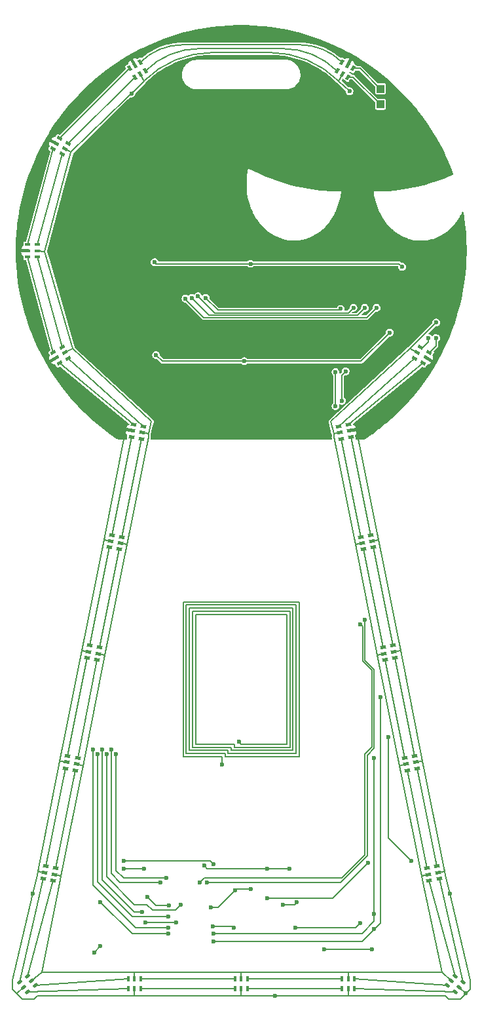
<source format=gbr>
%TF.GenerationSoftware,KiCad,Pcbnew,(6.0.1-0)*%
%TF.CreationDate,2022-05-13T10:35:12-07:00*%
%TF.ProjectId,badge_eda,62616467-655f-4656-9461-2e6b69636164,rev?*%
%TF.SameCoordinates,Original*%
%TF.FileFunction,Copper,L1,Top*%
%TF.FilePolarity,Positive*%
%FSLAX46Y46*%
G04 Gerber Fmt 4.6, Leading zero omitted, Abs format (unit mm)*
G04 Created by KiCad (PCBNEW (6.0.1-0)) date 2022-05-13 10:35:12*
%MOMM*%
%LPD*%
G01*
G04 APERTURE LIST*
G04 Aperture macros list*
%AMRotRect*
0 Rectangle, with rotation*
0 The origin of the aperture is its center*
0 $1 length*
0 $2 width*
0 $3 Rotation angle, in degrees counterclockwise*
0 Add horizontal line*
21,1,$1,$2,0,0,$3*%
G04 Aperture macros list end*
%TA.AperFunction,SMDPad,CuDef*%
%ADD10R,1.000000X1.000000*%
%TD*%
%TA.AperFunction,SMDPad,CuDef*%
%ADD11RotRect,0.700000X0.400000X191.270000*%
%TD*%
%TA.AperFunction,SMDPad,CuDef*%
%ADD12RotRect,0.700000X0.400000X149.920000*%
%TD*%
%TA.AperFunction,SMDPad,CuDef*%
%ADD13RotRect,0.700000X0.400000X348.730000*%
%TD*%
%TA.AperFunction,SMDPad,CuDef*%
%ADD14RotRect,0.700000X0.400000X39.370000*%
%TD*%
%TA.AperFunction,SMDPad,CuDef*%
%ADD15RotRect,0.700000X0.400000X329.920000*%
%TD*%
%TA.AperFunction,SMDPad,CuDef*%
%ADD16RotRect,0.700000X0.400000X299.830000*%
%TD*%
%TA.AperFunction,SMDPad,CuDef*%
%ADD17RotRect,0.700000X0.400000X30.080000*%
%TD*%
%TA.AperFunction,SMDPad,CuDef*%
%ADD18RotRect,0.700000X0.400000X140.630000*%
%TD*%
%TA.AperFunction,SMDPad,CuDef*%
%ADD19R,0.400000X0.700000*%
%TD*%
%TA.AperFunction,SMDPad,CuDef*%
%ADD20R,0.700000X0.400000*%
%TD*%
%TA.AperFunction,SMDPad,CuDef*%
%ADD21RotRect,0.700000X0.400000X240.170000*%
%TD*%
%TA.AperFunction,ViaPad*%
%ADD22C,0.600000*%
%TD*%
%TA.AperFunction,Conductor*%
%ADD23C,0.200000*%
%TD*%
%TA.AperFunction,Conductor*%
%ADD24C,0.150000*%
%TD*%
G04 APERTURE END LIST*
D10*
%TO.P,TP1,1,1*%
%TO.N,Net-(D21-Pad1)*%
X145000000Y-34200000D03*
%TD*%
D11*
%TO.P,D6,1,SDO*%
%TO.N,Net-(D6-Pad1)*%
X152584212Y-136242742D03*
%TO.P,D6,2,GND*%
%TO.N,GND*%
X152427866Y-135458169D03*
%TO.P,D6,3,SDI*%
%TO.N,Net-(D5-Pad1)*%
X152271520Y-134673595D03*
%TO.P,D6,4,CKI*%
%TO.N,Net-(D5-Pad6)*%
X150996588Y-134927658D03*
%TO.P,D6,5,VDD*%
%TO.N,+5V*%
X151152934Y-135712231D03*
%TO.P,D6,6,CKO*%
%TO.N,Net-(D6-Pad6)*%
X151309280Y-136496805D03*
%TD*%
D12*
%TO.P,D1,1,SDO*%
%TO.N,Net-(D1-Pad1)*%
X150504095Y-69648847D03*
%TO.P,D1,2,GND*%
%TO.N,GND*%
X150905062Y-68956586D03*
%TO.P,D1,3,SDI*%
%TO.N,LEDDAT*%
X151306029Y-68264325D03*
%TO.P,D1,4,CKI*%
%TO.N,LEDCLK*%
X150181105Y-67612753D03*
%TO.P,D1,5,VDD*%
%TO.N,+5V*%
X149780138Y-68305014D03*
%TO.P,D1,6,CKO*%
%TO.N,Net-(D1-Pad6)*%
X149379171Y-68997275D03*
%TD*%
D13*
%TO.P,D12,1,SDO*%
%TO.N,Net-(D12-Pad1)*%
X101728480Y-134673595D03*
%TO.P,D12,2,GND*%
%TO.N,GND*%
X101572134Y-135458169D03*
%TO.P,D12,3,SDI*%
%TO.N,Net-(D11-Pad1)*%
X101415788Y-136242742D03*
%TO.P,D12,4,CKI*%
%TO.N,Net-(D11-Pad6)*%
X102690720Y-136496805D03*
%TO.P,D12,5,VDD*%
%TO.N,+5V*%
X102847066Y-135712231D03*
%TO.P,D12,6,CKO*%
%TO.N,Net-(D12-Pad6)*%
X103003412Y-134927658D03*
%TD*%
D14*
%TO.P,D11,1,SDO*%
%TO.N,Net-(D11-Pad1)*%
X98354847Y-149653859D03*
%TO.P,D11,2,GND*%
%TO.N,GND*%
X98862307Y-150272312D03*
%TO.P,D11,3,SDI*%
%TO.N,Net-(D10-Pad1)*%
X99369768Y-150890764D03*
%TO.P,D11,4,CKI*%
%TO.N,Net-(D10-Pad6)*%
X100374753Y-150066141D03*
%TO.P,D11,5,VDD*%
%TO.N,+5V*%
X99867293Y-149447688D03*
%TO.P,D11,6,CKO*%
%TO.N,Net-(D11-Pad6)*%
X99359832Y-148829236D03*
%TD*%
D15*
%TO.P,D19,1,SDO*%
%TO.N,Net-(D19-Pad1)*%
X103495905Y-40587153D03*
%TO.P,D19,2,GND*%
%TO.N,GND*%
X103094938Y-41279414D03*
%TO.P,D19,3,SDI*%
%TO.N,Net-(D18-Pad1)*%
X102693971Y-41971675D03*
%TO.P,D19,4,CKI*%
%TO.N,Net-(D18-Pad6)*%
X103818895Y-42623247D03*
%TO.P,D19,5,VDD*%
%TO.N,+5V*%
X104219862Y-41930986D03*
%TO.P,D19,6,CKO*%
%TO.N,Net-(D19-Pad6)*%
X104620829Y-41238725D03*
%TD*%
D16*
%TO.P,D20,1,SDO*%
%TO.N,Net-(D20-Pad1)*%
X113959476Y-30762779D03*
%TO.P,D20,2,GND*%
%TO.N,GND*%
X113265472Y-31160722D03*
%TO.P,D20,3,SDI*%
%TO.N,Net-(D19-Pad1)*%
X112571468Y-31558664D03*
%TO.P,D20,4,CKI*%
%TO.N,Net-(D19-Pad6)*%
X113218124Y-32686421D03*
%TO.P,D20,5,VDD*%
%TO.N,+5V*%
X113912128Y-32288478D03*
%TO.P,D20,6,CKO*%
%TO.N,Net-(D20-Pad6)*%
X114606132Y-31890536D03*
%TD*%
D11*
%TO.P,D2,1,SDO*%
%TO.N,Net-(D2-Pad1)*%
X141205012Y-79168942D03*
%TO.P,D2,2,GND*%
%TO.N,GND*%
X141048666Y-78384369D03*
%TO.P,D2,3,SDI*%
%TO.N,Net-(D1-Pad1)*%
X140892320Y-77599795D03*
%TO.P,D2,4,CKI*%
%TO.N,Net-(D1-Pad6)*%
X139617388Y-77853858D03*
%TO.P,D2,5,VDD*%
%TO.N,+5V*%
X139773734Y-78638431D03*
%TO.P,D2,6,CKO*%
%TO.N,Net-(D2-Pad6)*%
X139930080Y-79423005D03*
%TD*%
D17*
%TO.P,D17,1,SDO*%
%TO.N,Net-(D17-Pad1)*%
X102693971Y-68264325D03*
%TO.P,D17,2,GND*%
%TO.N,GND*%
X103094938Y-68956586D03*
%TO.P,D17,3,SDI*%
%TO.N,Net-(D16-Pad1)*%
X103495905Y-69648847D03*
%TO.P,D17,4,CKI*%
%TO.N,Net-(D16-Pad6)*%
X104620829Y-68997275D03*
%TO.P,D17,5,VDD*%
%TO.N,+5V*%
X104219862Y-68305014D03*
%TO.P,D17,6,CKO*%
%TO.N,Net-(D17-Pad6)*%
X103818895Y-67612753D03*
%TD*%
D18*
%TO.P,D7,1,SDO*%
%TO.N,Net-(D7-Pad1)*%
X154630232Y-150890764D03*
%TO.P,D7,2,GND*%
%TO.N,GND*%
X155137693Y-150272312D03*
%TO.P,D7,3,SDI*%
%TO.N,Net-(D6-Pad1)*%
X155645153Y-149653859D03*
%TO.P,D7,4,CKI*%
%TO.N,Net-(D6-Pad6)*%
X154640168Y-148829236D03*
%TO.P,D7,5,VDD*%
%TO.N,+5V*%
X154132707Y-149447688D03*
%TO.P,D7,6,CKO*%
%TO.N,Net-(D7-Pad6)*%
X153625247Y-150066141D03*
%TD*%
D11*
%TO.P,D3,1,SDO*%
%TO.N,Net-(D3-Pad1)*%
X144049812Y-93443742D03*
%TO.P,D3,2,GND*%
%TO.N,GND*%
X143893466Y-92659169D03*
%TO.P,D3,3,SDI*%
%TO.N,Net-(D2-Pad1)*%
X143737120Y-91874595D03*
%TO.P,D3,4,CKI*%
%TO.N,Net-(D2-Pad6)*%
X142462188Y-92128658D03*
%TO.P,D3,5,VDD*%
%TO.N,+5V*%
X142618534Y-92913231D03*
%TO.P,D3,6,CKO*%
%TO.N,Net-(D3-Pad6)*%
X142774880Y-93697805D03*
%TD*%
D19*
%TO.P,D9,1,SDO*%
%TO.N,Net-(D10-Pad3)*%
X126200000Y-150510000D03*
%TO.P,D9,2,GND*%
%TO.N,GND*%
X127000000Y-150510000D03*
%TO.P,D9,3,SDI*%
%TO.N,Net-(D8-Pad1)*%
X127800000Y-150510000D03*
%TO.P,D9,4,CKI*%
%TO.N,Net-(D8-Pad6)*%
X127800000Y-149210000D03*
%TO.P,D9,5,VDD*%
%TO.N,+5V*%
X127000000Y-149210000D03*
%TO.P,D9,6,CKO*%
%TO.N,Net-(D10-Pad4)*%
X126200000Y-149210000D03*
%TD*%
D13*
%TO.P,D16,1,SDO*%
%TO.N,Net-(D16-Pad1)*%
X113107680Y-77599795D03*
%TO.P,D16,2,GND*%
%TO.N,GND*%
X112951334Y-78384369D03*
%TO.P,D16,3,SDI*%
%TO.N,Net-(D15-Pad1)*%
X112794988Y-79168942D03*
%TO.P,D16,4,CKI*%
%TO.N,Net-(D15-Pad6)*%
X114069920Y-79423005D03*
%TO.P,D16,5,VDD*%
%TO.N,+5V*%
X114226266Y-78638431D03*
%TO.P,D16,6,CKO*%
%TO.N,Net-(D16-Pad6)*%
X114382612Y-77853858D03*
%TD*%
D20*
%TO.P,D18,1,SDO*%
%TO.N,Net-(D18-Pad1)*%
X99375200Y-54318000D03*
%TO.P,D18,2,GND*%
%TO.N,GND*%
X99375200Y-55118000D03*
%TO.P,D18,3,SDI*%
%TO.N,Net-(D17-Pad1)*%
X99375200Y-55918000D03*
%TO.P,D18,4,CKI*%
%TO.N,Net-(D17-Pad6)*%
X100675200Y-55918000D03*
%TO.P,D18,5,VDD*%
%TO.N,+5V*%
X100675200Y-55118000D03*
%TO.P,D18,6,CKO*%
%TO.N,Net-(D18-Pad6)*%
X100675200Y-54318000D03*
%TD*%
D13*
%TO.P,D13,1,SDO*%
%TO.N,Net-(D13-Pad1)*%
X104573280Y-120424195D03*
%TO.P,D13,2,GND*%
%TO.N,GND*%
X104416934Y-121208769D03*
%TO.P,D13,3,SDI*%
%TO.N,Net-(D12-Pad1)*%
X104260588Y-121993342D03*
%TO.P,D13,4,CKI*%
%TO.N,Net-(D12-Pad6)*%
X105535520Y-122247405D03*
%TO.P,D13,5,VDD*%
%TO.N,+5V*%
X105691866Y-121462831D03*
%TO.P,D13,6,CKO*%
%TO.N,Net-(D13-Pad6)*%
X105848212Y-120678258D03*
%TD*%
%TO.P,D15,1,SDO*%
%TO.N,Net-(D15-Pad1)*%
X110262880Y-91874595D03*
%TO.P,D15,2,GND*%
%TO.N,GND*%
X110106534Y-92659169D03*
%TO.P,D15,3,SDI*%
%TO.N,Net-(D14-Pad1)*%
X109950188Y-93443742D03*
%TO.P,D15,4,CKI*%
%TO.N,Net-(D14-Pad6)*%
X111225120Y-93697805D03*
%TO.P,D15,5,VDD*%
%TO.N,+5V*%
X111381466Y-92913231D03*
%TO.P,D15,6,CKO*%
%TO.N,Net-(D15-Pad6)*%
X111537812Y-92128658D03*
%TD*%
D11*
%TO.P,D5,1,SDO*%
%TO.N,Net-(D5-Pad1)*%
X149739412Y-121993342D03*
%TO.P,D5,2,GND*%
%TO.N,GND*%
X149583066Y-121208769D03*
%TO.P,D5,3,SDI*%
%TO.N,Net-(D4-Pad1)*%
X149426720Y-120424195D03*
%TO.P,D5,4,CKI*%
%TO.N,Net-(D4-Pad6)*%
X148151788Y-120678258D03*
%TO.P,D5,5,VDD*%
%TO.N,+5V*%
X148308134Y-121462831D03*
%TO.P,D5,6,CKO*%
%TO.N,Net-(D5-Pad6)*%
X148464480Y-122247405D03*
%TD*%
D21*
%TO.P,D21,1,SDO*%
%TO.N,Net-(D21-Pad1)*%
X141428532Y-31558664D03*
%TO.P,D21,2,GND*%
%TO.N,GND*%
X140734528Y-31160722D03*
%TO.P,D21,3,SDI*%
%TO.N,Net-(D20-Pad1)*%
X140040524Y-30762779D03*
%TO.P,D21,4,CKI*%
%TO.N,Net-(D20-Pad6)*%
X139393868Y-31890536D03*
%TO.P,D21,5,VDD*%
%TO.N,+5V*%
X140087872Y-32288478D03*
%TO.P,D21,6,CKO*%
%TO.N,Net-(D21-Pad6)*%
X140781876Y-32686421D03*
%TD*%
D13*
%TO.P,D14,1,SDO*%
%TO.N,Net-(D14-Pad1)*%
X107418080Y-106149395D03*
%TO.P,D14,2,GND*%
%TO.N,GND*%
X107261734Y-106933969D03*
%TO.P,D14,3,SDI*%
%TO.N,Net-(D13-Pad1)*%
X107105388Y-107718542D03*
%TO.P,D14,4,CKI*%
%TO.N,Net-(D13-Pad6)*%
X108380320Y-107972605D03*
%TO.P,D14,5,VDD*%
%TO.N,+5V*%
X108536666Y-107188031D03*
%TO.P,D14,6,CKO*%
%TO.N,Net-(D14-Pad6)*%
X108693012Y-106403458D03*
%TD*%
D10*
%TO.P,TP2,1,1*%
%TO.N,Net-(D21-Pad6)*%
X145000000Y-36200000D03*
%TD*%
D19*
%TO.P,D8,1,SDO*%
%TO.N,Net-(D8-Pad1)*%
X140017600Y-150510000D03*
%TO.P,D8,2,GND*%
%TO.N,GND*%
X140817600Y-150510000D03*
%TO.P,D8,3,SDI*%
%TO.N,Net-(D7-Pad1)*%
X141617600Y-150510000D03*
%TO.P,D8,4,CKI*%
%TO.N,Net-(D7-Pad6)*%
X141617600Y-149210000D03*
%TO.P,D8,5,VDD*%
%TO.N,+5V*%
X140817600Y-149210000D03*
%TO.P,D8,6,CKO*%
%TO.N,Net-(D8-Pad6)*%
X140017600Y-149210000D03*
%TD*%
%TO.P,D10,1,SDO*%
%TO.N,Net-(D10-Pad1)*%
X112382400Y-150510000D03*
%TO.P,D10,2,GND*%
%TO.N,GND*%
X113182400Y-150510000D03*
%TO.P,D10,3,SDI*%
%TO.N,Net-(D10-Pad3)*%
X113982400Y-150510000D03*
%TO.P,D10,4,CKI*%
%TO.N,Net-(D10-Pad4)*%
X113982400Y-149210000D03*
%TO.P,D10,5,VDD*%
%TO.N,+5V*%
X113182400Y-149210000D03*
%TO.P,D10,6,CKO*%
%TO.N,Net-(D10-Pad6)*%
X112382400Y-149210000D03*
%TD*%
D11*
%TO.P,D4,1,SDO*%
%TO.N,Net-(D4-Pad1)*%
X146894612Y-107718542D03*
%TO.P,D4,2,GND*%
%TO.N,GND*%
X146738266Y-106933969D03*
%TO.P,D4,3,SDI*%
%TO.N,Net-(D3-Pad1)*%
X146581920Y-106149395D03*
%TO.P,D4,4,CKI*%
%TO.N,Net-(D3-Pad6)*%
X145306988Y-106403458D03*
%TO.P,D4,5,VDD*%
%TO.N,+5V*%
X145463334Y-107188031D03*
%TO.P,D4,6,CKO*%
%TO.N,Net-(D4-Pad6)*%
X145619680Y-107972605D03*
%TD*%
D22*
%TO.N,GND*%
X151000000Y-61500000D03*
X100028571Y-138228571D03*
X126000000Y-76000000D03*
X126200000Y-137800000D03*
X114400000Y-135000000D03*
X133200000Y-135000000D03*
X151000000Y-57700000D03*
X128000000Y-76000000D03*
X130000000Y-75000000D03*
X122200000Y-134600000D03*
X108806233Y-144993767D03*
X155972740Y-151107359D03*
X123000000Y-78000000D03*
X137700000Y-145400000D03*
X125000000Y-79000000D03*
X124000000Y-74000000D03*
X127000000Y-74000000D03*
X124000000Y-78000000D03*
X127000000Y-76000000D03*
X128000000Y-77000000D03*
X121600000Y-43800000D03*
X130500000Y-66000000D03*
X111800000Y-135000000D03*
X129000000Y-74000000D03*
X122400000Y-42800000D03*
X128000000Y-78000000D03*
X120200000Y-42200000D03*
X130400000Y-135000000D03*
X128200000Y-137600000D03*
X122000000Y-77000000D03*
X114900000Y-138600000D03*
X124000000Y-77000000D03*
X107993767Y-145806233D03*
X132000000Y-74000000D03*
X124000000Y-75000000D03*
X125000000Y-78000000D03*
X123000000Y-79000000D03*
X133000000Y-78000000D03*
X125000000Y-74000000D03*
X127000000Y-77000000D03*
X118000000Y-32500000D03*
X129000000Y-77000000D03*
X109000000Y-62000000D03*
X131000000Y-75000000D03*
X123300000Y-142400000D03*
X131000000Y-74000000D03*
X119500000Y-68500000D03*
X122000000Y-74000000D03*
X126000000Y-78000000D03*
X137500000Y-36000000D03*
X127200000Y-42800000D03*
X149000000Y-134000000D03*
X141200000Y-30200000D03*
X123000000Y-75000000D03*
X117700000Y-139700000D03*
X155000000Y-57500000D03*
X118600000Y-141900000D03*
X143900000Y-145400000D03*
X117400000Y-60600000D03*
X131400000Y-151400000D03*
X153971429Y-138228571D03*
X125000000Y-76000000D03*
X133000000Y-77000000D03*
X123100000Y-140000000D03*
X132000000Y-78000000D03*
X141500000Y-41000000D03*
X133000000Y-74000000D03*
X131000000Y-78000000D03*
X130500000Y-59000000D03*
X129000000Y-76000000D03*
X129000000Y-78000000D03*
X127000000Y-78000000D03*
X114600000Y-141900000D03*
X146000000Y-118000000D03*
X124800000Y-42800000D03*
X130000000Y-77000000D03*
X133000000Y-79000000D03*
X126000000Y-142600000D03*
%TO.N,NFC*%
X124500000Y-121500000D03*
X126700000Y-118600000D03*
%TO.N,+BATT*%
X123400000Y-134400000D03*
X111800000Y-134000000D03*
X146200000Y-65700000D03*
X127400000Y-69400000D03*
X116000000Y-68600000D03*
%TO.N,+5V*%
X128200000Y-56800000D03*
X115806234Y-56606234D03*
X141000000Y-34500000D03*
X112800000Y-34800000D03*
X147800000Y-57200000D03*
X152200000Y-64400000D03*
%TO.N,LEDDAT*%
X152200000Y-66400000D03*
%TO.N,LEDCLK*%
X139865000Y-62635000D03*
X151200000Y-66400000D03*
X122400000Y-61200000D03*
%TO.N,MIC_DAT*%
X144200000Y-120700000D03*
X144200000Y-140800000D03*
X123400000Y-143400000D03*
%TO.N,MIC_CLK*%
X144200000Y-142800000D03*
X145000000Y-112800000D03*
X123400000Y-144400000D03*
%TO.N,EYE_R_B*%
X121400000Y-61000000D03*
X141500000Y-62500000D03*
%TO.N,EYE_R_G*%
X119800000Y-61300000D03*
X144500000Y-62500000D03*
%TO.N,EYE_R_R*%
X143000000Y-62500000D03*
X120600000Y-61200000D03*
%TO.N,SW1*%
X143400000Y-134200000D03*
X130400000Y-138800000D03*
%TO.N,SW2*%
X134000000Y-142600000D03*
X142400000Y-142000000D03*
%TO.N,SW3*%
X117600000Y-143400000D03*
X108800000Y-139300000D03*
%TO.N,/MCU/~{RESET}*%
X132400000Y-139600000D03*
X134200000Y-139324500D03*
%TO.N,SHIFT_LEDDAT*%
X139200000Y-75200000D03*
X121600000Y-136800000D03*
X142400000Y-103400000D03*
X139200000Y-70800000D03*
%TO.N,SHIFT_LEDCLK*%
X143000000Y-102800000D03*
X122600000Y-136800000D03*
X140500000Y-70700000D03*
X140000000Y-74500000D03*
%TO.N,SHIFT_EYE_L_G*%
X117600000Y-141200000D03*
X108400000Y-120200000D03*
%TO.N,SHIFT_EYE_L_B*%
X109000000Y-119600000D03*
X114200000Y-140600000D03*
%TO.N,SHIFT_EYE_L_R*%
X107800000Y-119600000D03*
X117600000Y-142600000D03*
%TO.N,SHIFT_EYE_R_R*%
X116600000Y-136724500D03*
X110200000Y-119600000D03*
%TO.N,SHIFT_EYE_R_B*%
X119200000Y-139600000D03*
X109600000Y-120200000D03*
%TO.N,SHIFT_EYE_R_G*%
X110800000Y-120200000D03*
X117300000Y-136200000D03*
%TD*%
D23*
%TO.N,GND*%
X143893466Y-92659169D02*
X144758601Y-92441399D01*
X155972740Y-151172740D02*
X156600000Y-150545480D01*
X127000000Y-151400000D02*
X131400000Y-151400000D01*
X155345480Y-151800000D02*
X155972740Y-151172740D01*
X153300437Y-135300437D02*
X150462882Y-121062882D01*
X100600000Y-151400000D02*
X100200000Y-151800000D01*
X153400000Y-135800000D02*
X153300437Y-135300437D01*
X98862307Y-150272312D02*
X98027260Y-151107359D01*
X104416934Y-121208769D02*
X103537118Y-121062882D01*
X130400000Y-135000000D02*
X133200000Y-135000000D01*
X141200000Y-30200000D02*
X140734528Y-31160722D01*
X112951334Y-78384369D02*
X112200000Y-78200000D01*
X118111269Y-28000000D02*
X135888731Y-28000000D01*
X113200000Y-151400000D02*
X100600000Y-151400000D01*
X153800000Y-151800000D02*
X155345480Y-151800000D01*
X114400000Y-135000000D02*
X111800000Y-135000000D01*
X103094938Y-41279414D02*
X102000000Y-40600000D01*
X144758601Y-92441399D02*
X142000000Y-78600000D01*
X140817600Y-150510000D02*
X140817600Y-151382400D01*
X101572134Y-135458169D02*
X100699563Y-135300437D01*
X100600000Y-135800000D02*
X100699563Y-135300437D01*
X100028571Y-138228571D02*
X100600000Y-135800000D01*
X103094938Y-68956586D02*
X102000000Y-69600000D01*
X126200000Y-137800000D02*
X126400000Y-137600000D01*
X149583066Y-121208769D02*
X150462882Y-121062882D01*
X100699563Y-135300437D02*
X103537118Y-121062882D01*
X122600000Y-135000000D02*
X122200000Y-134600000D01*
X150462882Y-121062882D02*
X147616910Y-106783090D01*
X98027260Y-151172740D02*
X97400000Y-150545480D01*
X109241399Y-92441399D02*
X112000000Y-78600000D01*
X143900000Y-145400000D02*
X137700000Y-145400000D01*
X146738266Y-106933969D02*
X147616910Y-106783090D01*
X116000000Y-139700000D02*
X117700000Y-139700000D01*
X127000000Y-150510000D02*
X127000000Y-151400000D01*
X100200000Y-151800000D02*
X98654520Y-151800000D01*
X146000000Y-118000000D02*
X146000000Y-131000000D01*
X98027260Y-151107359D02*
X98027260Y-151172740D01*
X106383090Y-106783090D02*
X109241399Y-92441399D01*
X127000000Y-151400000D02*
X113200000Y-151400000D01*
X147616910Y-106783090D02*
X144758601Y-92441399D01*
X98400000Y-55200000D02*
X102000000Y-69600000D01*
X152427866Y-135458169D02*
X153300437Y-135300437D01*
X152000000Y-69600000D02*
X144531371Y-77068629D01*
X102000000Y-40600000D02*
X112800000Y-30200000D01*
X156600000Y-150545480D02*
X156600000Y-149400000D01*
X97400000Y-150545480D02*
X97400000Y-149400000D01*
X110106534Y-92659169D02*
X109241399Y-92441399D01*
X146000000Y-131000000D02*
X149000000Y-134000000D01*
X126400000Y-137600000D02*
X128200000Y-137600000D01*
X97400000Y-149400000D02*
X100028571Y-138228571D01*
X153971429Y-138228571D02*
X153400000Y-135800000D01*
X98654520Y-151800000D02*
X98027260Y-151172740D01*
X141000000Y-151400000D02*
X153400000Y-151400000D01*
X155972740Y-151107359D02*
X155972740Y-151172740D01*
X113265472Y-31160722D02*
X112800000Y-30200000D01*
X107261734Y-106933969D02*
X106383090Y-106783090D01*
X141800000Y-78200000D02*
X142000000Y-78600000D01*
X109468629Y-77068629D02*
X102000000Y-69600000D01*
X112200000Y-78200000D02*
X112000000Y-78600000D01*
X114900000Y-138600000D02*
X116000000Y-139700000D01*
X141048666Y-78384369D02*
X141800000Y-78200000D01*
X113182400Y-151382400D02*
X113200000Y-151400000D01*
X113182400Y-150510000D02*
X113182400Y-151382400D01*
X125800000Y-142400000D02*
X123300000Y-142400000D01*
X102000000Y-40600000D02*
X98400000Y-55200000D01*
X156600000Y-149400000D02*
X153971429Y-138228571D01*
X155137693Y-150272312D02*
X155972740Y-151107359D01*
X126000000Y-142600000D02*
X125800000Y-142400000D01*
X150905062Y-68956586D02*
X152000000Y-69600000D01*
X131400000Y-151400000D02*
X141000000Y-151400000D01*
X103537118Y-121062882D02*
X106383090Y-106783090D01*
X153400000Y-151400000D02*
X153800000Y-151800000D01*
X124000000Y-140000000D02*
X123100000Y-140000000D01*
X99375200Y-55118000D02*
X98400000Y-55200000D01*
X114600000Y-141900000D02*
X118600000Y-141900000D01*
X130400000Y-135000000D02*
X122600000Y-135000000D01*
X126200000Y-137800000D02*
X124000000Y-140000000D01*
X107993767Y-145806233D02*
X108806233Y-144993767D01*
X109468629Y-77068629D02*
G75*
G03*
X112200000Y-78200000I2731373J2731375D01*
G01*
X141800000Y-78199999D02*
G75*
G03*
X144531370Y-77068628I0J3862741D01*
G01*
X141200000Y-30200000D02*
G75*
G03*
X135888731Y-28000000I-5311268J-5311264D01*
G01*
X118111269Y-28000000D02*
G75*
G03*
X112800000Y-30200000I3J-7511275D01*
G01*
D24*
%TO.N,Net-(D10-Pad4)*%
X126200000Y-149210000D02*
X113982400Y-149210000D01*
%TO.N,Net-(D10-Pad3)*%
X126200000Y-150510000D02*
X113982400Y-150510000D01*
%TO.N,Net-(D5-Pad1)*%
X152271520Y-134673595D02*
X149739412Y-121993342D01*
%TO.N,Net-(D1-Pad1)*%
X140892320Y-77599795D02*
X150504095Y-69648847D01*
%TO.N,Net-(D1-Pad6)*%
X149379171Y-68997275D02*
X139617388Y-77853858D01*
%TO.N,Net-(D2-Pad1)*%
X143737120Y-91874595D02*
X141205012Y-79168942D01*
%TO.N,Net-(D2-Pad6)*%
X139930080Y-79423005D02*
X142462188Y-92128658D01*
%TO.N,Net-(D3-Pad1)*%
X146581920Y-106149395D02*
X144049812Y-93443742D01*
%TO.N,Net-(D3-Pad6)*%
X142774880Y-93697805D02*
X145306988Y-106403458D01*
%TO.N,Net-(D4-Pad1)*%
X146894612Y-107718542D02*
X149426720Y-120424195D01*
%TO.N,Net-(D4-Pad6)*%
X145619680Y-107972605D02*
X148151788Y-120678258D01*
%TO.N,Net-(D6-Pad1)*%
X152584212Y-136242742D02*
X155645153Y-149653859D01*
%TO.N,Net-(D6-Pad6)*%
X151309280Y-136496805D02*
X154640168Y-148829236D01*
%TO.N,Net-(D10-Pad1)*%
X99369768Y-150890764D02*
X112382400Y-150510000D01*
%TO.N,Net-(D10-Pad6)*%
X112382400Y-149210000D02*
X100374753Y-150066141D01*
%TO.N,Net-(D11-Pad1)*%
X98354847Y-149653859D02*
X101415788Y-136242742D01*
%TO.N,Net-(D11-Pad6)*%
X99359832Y-148829236D02*
X102690720Y-136496805D01*
%TO.N,Net-(D12-Pad1)*%
X104260588Y-121993342D02*
X101728480Y-134673595D01*
%TO.N,Net-(D12-Pad6)*%
X103003412Y-134927658D02*
X105535520Y-122247405D01*
%TO.N,Net-(D13-Pad1)*%
X104573280Y-120424195D02*
X107105388Y-107718542D01*
%TO.N,Net-(D13-Pad6)*%
X105848212Y-120678258D02*
X108380320Y-107972605D01*
%TO.N,Net-(D14-Pad1)*%
X107418080Y-106149395D02*
X109950188Y-93443742D01*
%TO.N,Net-(D14-Pad6)*%
X108693012Y-106403458D02*
X111225120Y-93697805D01*
%TO.N,Net-(D15-Pad1)*%
X110262880Y-91874595D02*
X112794988Y-79168942D01*
%TO.N,Net-(D15-Pad6)*%
X111537812Y-92128658D02*
X114069920Y-79423005D01*
%TO.N,Net-(D16-Pad1)*%
X113107680Y-77599795D02*
X103495905Y-69648847D01*
%TO.N,Net-(D16-Pad6)*%
X104620829Y-68997275D02*
X114382612Y-77853858D01*
%TO.N,Net-(D17-Pad1)*%
X99375200Y-55918000D02*
X102693971Y-68264325D01*
%TO.N,Net-(D17-Pad6)*%
X100675200Y-55918000D02*
X103818895Y-67612753D01*
%TO.N,Net-(D19-Pad1)*%
X103495905Y-40587153D02*
X112571468Y-31558664D01*
%TO.N,Net-(D19-Pad6)*%
X104620829Y-41238725D02*
X113218124Y-32686421D01*
%TO.N,Net-(D20-Pad1)*%
X119422307Y-28500000D02*
X134577693Y-28500000D01*
X119422307Y-28500001D02*
G75*
G03*
X113959477Y-30762780I2J-7725613D01*
G01*
X140040524Y-30762779D02*
G75*
G03*
X134577693Y-28500000I-5462832J-5462833D01*
G01*
%TO.N,Net-(D20-Pad6)*%
X121584503Y-29000000D02*
X132415497Y-29000000D01*
X139393868Y-31890536D02*
G75*
G03*
X132415497Y-29000000I-6978372J-6978373D01*
G01*
X121584503Y-29000001D02*
G75*
G03*
X114606133Y-31890537I-1J-9868904D01*
G01*
D23*
%TO.N,NFC*%
X124900000Y-120500000D02*
X124900000Y-120100000D01*
X125300000Y-120100000D02*
X125300000Y-119700000D01*
X133300000Y-101700000D02*
X133300000Y-119300000D01*
X120700000Y-119300000D02*
X120700000Y-101700000D01*
X133300000Y-119300000D02*
X126100000Y-119300000D01*
X124900000Y-120100000D02*
X119900000Y-120100000D01*
X119900000Y-120100000D02*
X119900000Y-100900000D01*
X124500000Y-121500000D02*
X124500000Y-120500000D01*
X126100000Y-119300000D02*
X126100000Y-118900000D01*
X125700000Y-119300000D02*
X120700000Y-119300000D01*
X132900000Y-102100000D02*
X132900000Y-118900000D01*
X119900000Y-100900000D02*
X134100000Y-100900000D01*
X124500000Y-120500000D02*
X119500000Y-120500000D01*
X120700000Y-101700000D02*
X133300000Y-101700000D01*
X134500000Y-120500000D02*
X124900000Y-120500000D01*
X126100000Y-118900000D02*
X121100000Y-118900000D01*
X127000000Y-118900000D02*
X126700000Y-118600000D01*
X121100000Y-102100000D02*
X132900000Y-102100000D01*
X121100000Y-118900000D02*
X121100000Y-102100000D01*
X132900000Y-118900000D02*
X127000000Y-118900000D01*
X120300000Y-101300000D02*
X133700000Y-101300000D01*
X133700000Y-119700000D02*
X125700000Y-119700000D01*
X119500000Y-120500000D02*
X119500000Y-100500000D01*
X134500000Y-100500000D02*
X134500000Y-120500000D01*
X125300000Y-119700000D02*
X120300000Y-119700000D01*
X134100000Y-100900000D02*
X134100000Y-120100000D01*
X120300000Y-119700000D02*
X120300000Y-101300000D01*
X133700000Y-101300000D02*
X133700000Y-119700000D01*
X134100000Y-120100000D02*
X125300000Y-120100000D01*
X119500000Y-100500000D02*
X134500000Y-100500000D01*
X125700000Y-119700000D02*
X125700000Y-119300000D01*
%TO.N,+BATT*%
X146200000Y-65700000D02*
X142500000Y-69400000D01*
X111800000Y-134000000D02*
X123000000Y-134000000D01*
X116000000Y-68600000D02*
X116800000Y-69400000D01*
X142500000Y-69400000D02*
X127400000Y-69400000D01*
X123000000Y-134000000D02*
X123400000Y-134400000D01*
X116800000Y-69400000D02*
X127400000Y-69400000D01*
%TO.N,+5V*%
X140817600Y-149210000D02*
X140817600Y-148417600D01*
X150400000Y-136400000D02*
X153000000Y-148400000D01*
X106524781Y-121724781D02*
X109383090Y-107383090D01*
X113912128Y-32288478D02*
X114400000Y-33200000D01*
X114226266Y-78638431D02*
X115000000Y-78800000D01*
X138600000Y-77200000D02*
X139000000Y-78800000D01*
X101600000Y-55200000D02*
X105000000Y-42400000D01*
X149780138Y-68305014D02*
X148800000Y-67800000D01*
X147400000Y-56800000D02*
X128200000Y-56800000D01*
X139000000Y-78800000D02*
X139000000Y-79200000D01*
X127000000Y-148400000D02*
X113200000Y-148400000D01*
X105200000Y-67800000D02*
X101600000Y-55200000D01*
X151152934Y-135712231D02*
X150300437Y-135900437D01*
X150300437Y-135900437D02*
X147462882Y-121662882D01*
X141000000Y-148400000D02*
X127000000Y-148400000D01*
X115400000Y-77200000D02*
X115000000Y-78800000D01*
X145463334Y-107188031D02*
X144616910Y-107383090D01*
X109383090Y-107383090D02*
X112241399Y-93041399D01*
X103699708Y-135899708D02*
X106524781Y-121724781D01*
X148308134Y-121462831D02*
X147462882Y-121662882D01*
X103600000Y-136400000D02*
X103699708Y-135899708D01*
X123332590Y-29500000D02*
X130667410Y-29500000D01*
X102847066Y-135712231D02*
X103699708Y-135899708D01*
X153000000Y-148400000D02*
X154132707Y-149447688D01*
X113200000Y-148400000D02*
X101200000Y-148400000D01*
X142618534Y-92913231D02*
X141758601Y-93041399D01*
X128200000Y-56800000D02*
X116000000Y-56800000D01*
X139773734Y-78638431D02*
X139000000Y-78800000D01*
X127000000Y-148400000D02*
X127000000Y-149210000D01*
X101200000Y-148400000D02*
X99867293Y-149447688D01*
X112241399Y-93041399D02*
X115000000Y-79200000D01*
X139600000Y-33200000D02*
X140087872Y-32288478D01*
X105000000Y-42400000D02*
X114400000Y-33200000D01*
X112800000Y-34800000D02*
X114400000Y-33200000D01*
X103600000Y-136400000D02*
X101200000Y-148400000D01*
X111381466Y-92913231D02*
X112241399Y-93041399D01*
X100675200Y-55118000D02*
X101600000Y-55200000D01*
X113182400Y-148417600D02*
X113200000Y-148400000D01*
X105691866Y-121462831D02*
X106524781Y-121724781D01*
X144616910Y-107383090D02*
X141758601Y-93041399D01*
X141000000Y-148400000D02*
X153000000Y-148400000D01*
X141000000Y-34500000D02*
X139600000Y-33200000D01*
X108536666Y-107188031D02*
X109383090Y-107383090D01*
X148800000Y-67800000D02*
X138600000Y-77200000D01*
X113182400Y-149210000D02*
X113182400Y-148417600D01*
X105200000Y-67800000D02*
X115400000Y-77200000D01*
X147462882Y-121662882D02*
X144616910Y-107383090D01*
X104219862Y-68305014D02*
X105200000Y-67800000D01*
X104219862Y-41930986D02*
X105000000Y-42400000D01*
X115000000Y-78800000D02*
X115000000Y-79200000D01*
X152200000Y-64400000D02*
X148800000Y-67800000D01*
X147800000Y-57200000D02*
X147400000Y-56800000D01*
X141758601Y-93041399D02*
X139000000Y-79200000D01*
X116000000Y-56800000D02*
X115806234Y-56606234D01*
X150400000Y-136400000D02*
X150300437Y-135900437D01*
X139600000Y-33200000D02*
G75*
G03*
X130667410Y-29500000I-8932589J-8932586D01*
G01*
X123332590Y-29500001D02*
G75*
G03*
X114400001Y-33200001I-1J-12632587D01*
G01*
D24*
%TO.N,LEDDAT*%
X152200000Y-67400000D02*
X151335675Y-68264325D01*
X152200000Y-66400000D02*
X152200000Y-67400000D01*
X151335675Y-68264325D02*
X151306029Y-68264325D01*
%TO.N,LEDCLK*%
X151200000Y-66400000D02*
X151200000Y-66900000D01*
X139700000Y-62800000D02*
X139865000Y-62635000D01*
X150487247Y-67612753D02*
X150181105Y-67612753D01*
X151200000Y-66900000D02*
X150487247Y-67612753D01*
X122400000Y-61200000D02*
X124000000Y-62800000D01*
X124000000Y-62800000D02*
X139700000Y-62800000D01*
%TO.N,Net-(D5-Pad6)*%
X148464480Y-122247405D02*
X150996588Y-134927658D01*
%TO.N,Net-(D7-Pad1)*%
X141617600Y-150510000D02*
X154630232Y-150890764D01*
%TO.N,Net-(D7-Pad6)*%
X153625247Y-150066141D02*
X141617600Y-149210000D01*
%TO.N,Net-(D8-Pad1)*%
X127800000Y-150510000D02*
X140017600Y-150510000D01*
%TO.N,Net-(D8-Pad6)*%
X140017600Y-149210000D02*
X127800000Y-149210000D01*
%TO.N,Net-(D18-Pad1)*%
X99375200Y-54318000D02*
X102693971Y-41971675D01*
%TO.N,Net-(D18-Pad6)*%
X100675200Y-54318000D02*
X103818895Y-42623247D01*
%TO.N,Net-(D21-Pad1)*%
X141428532Y-31558664D02*
X142358664Y-31558664D01*
X142358664Y-31558664D02*
X145000000Y-34200000D01*
%TO.N,Net-(D21-Pad6)*%
X141486421Y-32686421D02*
X145000000Y-36200000D01*
X140781876Y-32686421D02*
X141486421Y-32686421D01*
%TO.N,MIC_DAT*%
X144200000Y-120700000D02*
X144200000Y-141800000D01*
X144200000Y-141800000D02*
X142600000Y-143400000D01*
X142600000Y-143400000D02*
X123400000Y-143400000D01*
%TO.N,MIC_CLK*%
X142600000Y-144400000D02*
X123400000Y-144400000D01*
X145000000Y-142000000D02*
X142600000Y-144400000D01*
X145000000Y-112800000D02*
X145000000Y-142000000D01*
%TO.N,EYE_R_B*%
X140840489Y-63159511D02*
X141500000Y-62500000D01*
X123559511Y-63159511D02*
X140840489Y-63159511D01*
X121400000Y-61000000D02*
X123559511Y-63159511D01*
%TO.N,EYE_R_G*%
X119800000Y-61400000D02*
X122158551Y-63758551D01*
X119800000Y-61300000D02*
X119800000Y-61400000D01*
X122158551Y-63758551D02*
X143241449Y-63758551D01*
X143241449Y-63758551D02*
X144500000Y-62500000D01*
%TO.N,EYE_R_R*%
X122859031Y-63459031D02*
X142040969Y-63459031D01*
X120600000Y-61200000D02*
X122859031Y-63459031D01*
X142040969Y-63459031D02*
X143000000Y-62500000D01*
%TO.N,SW1*%
X138800000Y-138800000D02*
X130400000Y-138800000D01*
X143400000Y-134200000D02*
X138800000Y-138800000D01*
%TO.N,SW2*%
X141800000Y-142600000D02*
X142400000Y-142000000D01*
X134000000Y-142600000D02*
X141800000Y-142600000D01*
%TO.N,SW3*%
X112900000Y-143400000D02*
X117600000Y-143400000D01*
X108800000Y-139300000D02*
X112900000Y-143400000D01*
%TO.N,/MCU/~{RESET}*%
X132400000Y-139600000D02*
X133924500Y-139600000D01*
X133924500Y-139600000D02*
X134200000Y-139324500D01*
%TO.N,SHIFT_LEDDAT*%
X139976414Y-136200000D02*
X122200000Y-136200000D01*
X142700480Y-103700480D02*
X142700480Y-108162272D01*
X142400000Y-103400000D02*
X142700480Y-103700480D01*
X142700480Y-108162272D02*
X143900480Y-109362273D01*
X143900480Y-109362273D02*
X143900480Y-119275934D01*
X143900480Y-119275934D02*
X143000480Y-120175934D01*
X143000480Y-133175934D02*
X139976414Y-136200000D01*
X139200000Y-70800000D02*
X139200000Y-75200000D01*
X122200000Y-136200000D02*
X121600000Y-136800000D01*
X143000480Y-120175934D02*
X143000480Y-133175934D01*
%TO.N,SHIFT_LEDCLK*%
X143300000Y-133300000D02*
X143300000Y-120300000D01*
X122600000Y-136800000D02*
X139800000Y-136800000D01*
X140500000Y-70700000D02*
X140000000Y-71200000D01*
X143300000Y-120300000D02*
X144200000Y-119400000D01*
X139800000Y-136800000D02*
X143300000Y-133300000D01*
X140000000Y-71200000D02*
X140000000Y-74500000D01*
X144200000Y-119400000D02*
X144200000Y-109238207D01*
X143000000Y-108038207D02*
X143000000Y-102800000D01*
X144200000Y-109238207D02*
X143000000Y-108038207D01*
%TO.N,SHIFT_EYE_L_G*%
X108400000Y-136700000D02*
X112900000Y-141200000D01*
X112900000Y-141200000D02*
X117600000Y-141200000D01*
X108400000Y-120200000D02*
X108400000Y-136700000D01*
%TO.N,SHIFT_EYE_L_B*%
X114200000Y-140600000D02*
X113200000Y-140600000D01*
X109000000Y-136400000D02*
X109000000Y-119600000D01*
X113200000Y-140600000D02*
X109000000Y-136400000D01*
%TO.N,SHIFT_EYE_L_R*%
X107800000Y-137100000D02*
X113300000Y-142600000D01*
X107800000Y-119600000D02*
X107800000Y-137100000D01*
X113300000Y-142600000D02*
X117600000Y-142600000D01*
%TO.N,SHIFT_EYE_R_R*%
X116600000Y-136724500D02*
X111324500Y-136724500D01*
X111324500Y-136724500D02*
X110200000Y-135600000D01*
X110200000Y-135600000D02*
X110200000Y-119600000D01*
%TO.N,SHIFT_EYE_R_B*%
X119200000Y-139600000D02*
X118500000Y-140300000D01*
X118500000Y-140300000D02*
X115500000Y-140300000D01*
X114800000Y-139600000D02*
X113200000Y-139600000D01*
X115500000Y-140300000D02*
X114800000Y-139600000D01*
X113200000Y-139600000D02*
X109600000Y-136000000D01*
X109600000Y-136000000D02*
X109600000Y-120200000D01*
%TO.N,SHIFT_EYE_R_G*%
X110800000Y-135200000D02*
X110800000Y-120200000D01*
X117300000Y-136200000D02*
X111800000Y-136200000D01*
X111800000Y-136200000D02*
X110800000Y-135200000D01*
%TD*%
%TA.AperFunction,Conductor*%
%TO.N,GND*%
G36*
X127537918Y-25956921D02*
G01*
X128607638Y-25996320D01*
X128610304Y-25996468D01*
X129677810Y-26075212D01*
X129680505Y-26075460D01*
X129938200Y-26104038D01*
X130744394Y-26193442D01*
X130747096Y-26193792D01*
X131805902Y-26350849D01*
X131808589Y-26351298D01*
X132860917Y-26547224D01*
X132863585Y-26547772D01*
X133907972Y-26782295D01*
X133910619Y-26782941D01*
X134354230Y-26899861D01*
X134945667Y-27055744D01*
X134948247Y-27056474D01*
X135717833Y-27289923D01*
X135972598Y-27367205D01*
X135975190Y-27368044D01*
X136987349Y-27716246D01*
X136989908Y-27717179D01*
X137988592Y-28102409D01*
X137991110Y-28103434D01*
X138974960Y-28525171D01*
X138977416Y-28526279D01*
X139506561Y-28776542D01*
X139945046Y-28983927D01*
X139947487Y-28985137D01*
X140897603Y-29478085D01*
X140899997Y-29479383D01*
X141831370Y-30006993D01*
X141833696Y-30008368D01*
X142745010Y-30569896D01*
X142747264Y-30571343D01*
X142878527Y-30659049D01*
X143637285Y-31166027D01*
X143639522Y-31167582D01*
X144507035Y-31794612D01*
X144509213Y-31796248D01*
X144911792Y-32110419D01*
X145353078Y-32454797D01*
X145355166Y-32456490D01*
X146174233Y-33145662D01*
X146176249Y-33147424D01*
X146518376Y-33457504D01*
X146969388Y-33866272D01*
X146971372Y-33868138D01*
X147391873Y-34278436D01*
X147737512Y-34615688D01*
X147739398Y-34617597D01*
X148066636Y-34961301D01*
X148477489Y-35392826D01*
X148479331Y-35394833D01*
X149188394Y-36196708D01*
X149190155Y-36198776D01*
X149757677Y-36890289D01*
X149869228Y-37026212D01*
X149870908Y-37028339D01*
X150519045Y-37880181D01*
X150520655Y-37882379D01*
X151137012Y-38757522D01*
X151138539Y-38759777D01*
X151722274Y-39657019D01*
X151723693Y-39659290D01*
X151952563Y-40041129D01*
X152274015Y-40577427D01*
X152275372Y-40579789D01*
X152791511Y-41517524D01*
X152792780Y-41519934D01*
X152926145Y-41784878D01*
X153101339Y-42132917D01*
X153274047Y-42476020D01*
X153275224Y-42478469D01*
X153414297Y-42782089D01*
X153720988Y-43451648D01*
X153722077Y-43454146D01*
X154131710Y-44443053D01*
X154132703Y-44445580D01*
X154404877Y-45177770D01*
X154430000Y-45245356D01*
X154430346Y-45295974D01*
X154398074Y-45334972D01*
X154391318Y-45338480D01*
X154357597Y-45353844D01*
X154355787Y-45354640D01*
X153562397Y-45690821D01*
X153559799Y-45691864D01*
X153367177Y-45765017D01*
X152738855Y-46003637D01*
X152736382Y-46004526D01*
X151893613Y-46290176D01*
X151891189Y-46290951D01*
X151032934Y-46548519D01*
X151030465Y-46549213D01*
X150925889Y-46576647D01*
X150163021Y-46776771D01*
X150160472Y-46777392D01*
X149290045Y-46973040D01*
X149287392Y-46973585D01*
X148420072Y-47135443D01*
X148417780Y-47135834D01*
X147910712Y-47214062D01*
X147908993Y-47214306D01*
X147348530Y-47287322D01*
X147346940Y-47287512D01*
X146774085Y-47349275D01*
X146772540Y-47349425D01*
X146638115Y-47361026D01*
X146197751Y-47399031D01*
X146196156Y-47399151D01*
X145863202Y-47420647D01*
X145629814Y-47435714D01*
X145628155Y-47435803D01*
X145413808Y-47444666D01*
X145080622Y-47458444D01*
X145078685Y-47458499D01*
X144559821Y-47466353D01*
X144558725Y-47466361D01*
X144363103Y-47466424D01*
X144128694Y-47466500D01*
X144129645Y-47473780D01*
X144129645Y-47473781D01*
X144135137Y-47515806D01*
X144143215Y-47577625D01*
X144198740Y-47944916D01*
X144318451Y-48524936D01*
X144474661Y-49086442D01*
X144666862Y-49628193D01*
X144667384Y-49629387D01*
X144667388Y-49629397D01*
X144874273Y-50102583D01*
X144894544Y-50148948D01*
X145157196Y-50647467D01*
X145454309Y-51122509D01*
X145785373Y-51572833D01*
X145797608Y-51588107D01*
X145912627Y-51723792D01*
X146050717Y-51875656D01*
X146203662Y-52035465D01*
X146363245Y-52194983D01*
X146521251Y-52345975D01*
X146521622Y-52346311D01*
X146664383Y-52475604D01*
X146669464Y-52480206D01*
X146799666Y-52589441D01*
X146800411Y-52590005D01*
X147017362Y-52754345D01*
X147017374Y-52754354D01*
X147018312Y-52755064D01*
X147434163Y-53029851D01*
X147435537Y-53030601D01*
X147435548Y-53030607D01*
X147691342Y-53170119D01*
X147868583Y-53266788D01*
X148042147Y-53349373D01*
X148361820Y-53485478D01*
X148362907Y-53485861D01*
X148362920Y-53485866D01*
X148550422Y-53551920D01*
X148674227Y-53595535D01*
X148675411Y-53595864D01*
X148675418Y-53595866D01*
X148785604Y-53626465D01*
X148992329Y-53683874D01*
X149095297Y-53705569D01*
X149328436Y-53754691D01*
X149328454Y-53754694D01*
X149329083Y-53754827D01*
X149329699Y-53754935D01*
X149329717Y-53754938D01*
X149343492Y-53757342D01*
X149363499Y-53760835D01*
X149363937Y-53760900D01*
X149363955Y-53760903D01*
X149425560Y-53770058D01*
X149425581Y-53770061D01*
X149426303Y-53770168D01*
X149427027Y-53770247D01*
X149427030Y-53770247D01*
X149461362Y-53773975D01*
X149492959Y-53777406D01*
X149493627Y-53777453D01*
X149493640Y-53777454D01*
X149546441Y-53781156D01*
X149568963Y-53782735D01*
X149569503Y-53782756D01*
X149569531Y-53782758D01*
X149659449Y-53786330D01*
X149659485Y-53786331D01*
X149659812Y-53786344D01*
X149712301Y-53787324D01*
X149770673Y-53788414D01*
X149770699Y-53788414D01*
X149771003Y-53788420D01*
X149771273Y-53788421D01*
X149771318Y-53788422D01*
X149855401Y-53788870D01*
X149908030Y-53789150D01*
X149908157Y-53789150D01*
X150076188Y-53788723D01*
X150076271Y-53788722D01*
X150076428Y-53788722D01*
X150281490Y-53787325D01*
X150281583Y-53787324D01*
X150281614Y-53787324D01*
X150446660Y-53785922D01*
X150446847Y-53785920D01*
X150446855Y-53785920D01*
X150530611Y-53785022D01*
X150614561Y-53784122D01*
X150750508Y-53781889D01*
X150750581Y-53781887D01*
X150750631Y-53781886D01*
X150859848Y-53778874D01*
X150859847Y-53778874D01*
X150860211Y-53778864D01*
X150949378Y-53774686D01*
X151023718Y-53768995D01*
X151088942Y-53761431D01*
X151108262Y-53758369D01*
X151150179Y-53751725D01*
X151150201Y-53751721D01*
X151150757Y-53751633D01*
X151214873Y-53739242D01*
X151215102Y-53739193D01*
X151215153Y-53739183D01*
X151286640Y-53723974D01*
X151286683Y-53723964D01*
X151287000Y-53723897D01*
X151361205Y-53706837D01*
X151365529Y-53705843D01*
X151365539Y-53705841D01*
X151366085Y-53705715D01*
X151565394Y-53653064D01*
X151566019Y-53652876D01*
X151566036Y-53652871D01*
X151692437Y-53614810D01*
X151779154Y-53588698D01*
X151993301Y-53517209D01*
X152193771Y-53443194D01*
X152366500Y-53371246D01*
X152367543Y-53370730D01*
X152367554Y-53370725D01*
X152734557Y-53189154D01*
X152735857Y-53188511D01*
X152737110Y-53187764D01*
X153154845Y-52938689D01*
X153154854Y-52938683D01*
X153156159Y-52937905D01*
X153557570Y-52651379D01*
X153938576Y-52330685D01*
X154096896Y-52174998D01*
X154296675Y-51978542D01*
X154296680Y-51978537D01*
X154297660Y-51977573D01*
X154298555Y-51976549D01*
X154298566Y-51976538D01*
X154632424Y-51594810D01*
X154633310Y-51593797D01*
X154898878Y-51241056D01*
X154943207Y-51182176D01*
X154943208Y-51182175D01*
X154944011Y-51181108D01*
X154981159Y-51123623D01*
X155227544Y-50742345D01*
X155228248Y-50741256D01*
X155366002Y-50491150D01*
X155483893Y-50277109D01*
X155483900Y-50277096D01*
X155484506Y-50275995D01*
X155542874Y-50150151D01*
X155573509Y-50084099D01*
X155609229Y-50048233D01*
X155659646Y-50043717D01*
X155701170Y-50072666D01*
X155713550Y-50102583D01*
X155743643Y-50275995D01*
X155807948Y-50646562D01*
X155808362Y-50649236D01*
X155828987Y-50801074D01*
X155952438Y-51709930D01*
X155952755Y-51712636D01*
X156000270Y-52194983D01*
X156055443Y-52755064D01*
X156057690Y-52777879D01*
X156057905Y-52780574D01*
X156067574Y-52937905D01*
X156123561Y-53848975D01*
X156123678Y-53851697D01*
X156149965Y-54921790D01*
X156149981Y-54924514D01*
X156139961Y-55742196D01*
X156136865Y-55994796D01*
X156136782Y-55997511D01*
X156125404Y-56229189D01*
X156084276Y-57066649D01*
X156084092Y-57069367D01*
X155992276Y-58135795D01*
X155991993Y-58138504D01*
X155860983Y-59200865D01*
X155860600Y-59203562D01*
X155690575Y-60260395D01*
X155690095Y-60263060D01*
X155484044Y-61299049D01*
X155481295Y-61312871D01*
X155480715Y-61315533D01*
X155233407Y-62356986D01*
X155232729Y-62359624D01*
X154947260Y-63391255D01*
X154946485Y-63393867D01*
X154923718Y-63465738D01*
X154627766Y-64400000D01*
X154623242Y-64414280D01*
X154622376Y-64416849D01*
X154262612Y-65422388D01*
X154261784Y-65424702D01*
X154260820Y-65427248D01*
X154145682Y-65715177D01*
X153863382Y-66421131D01*
X153862324Y-66423641D01*
X153428575Y-67402219D01*
X153427448Y-67404643D01*
X153244620Y-67779257D01*
X152957954Y-68366633D01*
X152956714Y-68369059D01*
X152452154Y-69313075D01*
X152450826Y-69315453D01*
X151911860Y-70240260D01*
X151910445Y-70242588D01*
X151337821Y-71146907D01*
X151336322Y-71149182D01*
X150730757Y-72031873D01*
X150729174Y-72034090D01*
X150091587Y-72893819D01*
X150089925Y-72895977D01*
X149421084Y-73731709D01*
X149419343Y-73733804D01*
X148758451Y-74500000D01*
X148720214Y-74544329D01*
X148718404Y-74546351D01*
X148108567Y-75202862D01*
X147989901Y-75330610D01*
X147988010Y-75332572D01*
X147231141Y-76089479D01*
X147229180Y-76091369D01*
X146444965Y-76819904D01*
X146442935Y-76821721D01*
X146062244Y-77150125D01*
X145731732Y-77435243D01*
X145632446Y-77520892D01*
X145630364Y-77522623D01*
X144794650Y-78191518D01*
X144792533Y-78193149D01*
X143951002Y-78817306D01*
X143932780Y-78830821D01*
X143930605Y-78832374D01*
X143074273Y-79419918D01*
X143062986Y-79426284D01*
X143044210Y-79434802D01*
X143042212Y-79436626D01*
X143036841Y-79439156D01*
X142996749Y-79478037D01*
X142995756Y-79479000D01*
X142994057Y-79480597D01*
X142993923Y-79480719D01*
X142944105Y-79500000D01*
X141830910Y-79500000D01*
X141783344Y-79482687D01*
X141758034Y-79438850D01*
X141762534Y-79397704D01*
X141785076Y-79343233D01*
X141787864Y-79336496D01*
X141787843Y-79276867D01*
X141785325Y-79264228D01*
X141728937Y-78981266D01*
X141736620Y-78931233D01*
X141753974Y-78910092D01*
X141764207Y-78901515D01*
X141854314Y-78801019D01*
X141860109Y-78792339D01*
X141918385Y-78670598D01*
X141921513Y-78660635D01*
X141943379Y-78526814D01*
X141943718Y-78517607D01*
X141938783Y-78461986D01*
X141938216Y-78458034D01*
X141931758Y-78425629D01*
X141926236Y-78416536D01*
X141920454Y-78414575D01*
X140964182Y-78605137D01*
X140914149Y-78597454D01*
X140880761Y-78559409D01*
X140877147Y-78547026D01*
X140827898Y-78299885D01*
X140835581Y-78249852D01*
X140873627Y-78216464D01*
X140886009Y-78212850D01*
X141838238Y-78023094D01*
X141847330Y-78017573D01*
X141849290Y-78011791D01*
X141842028Y-77975350D01*
X141841034Y-77971471D01*
X141824272Y-77918207D01*
X141820432Y-77909838D01*
X141748936Y-77794617D01*
X141742228Y-77786615D01*
X141641742Y-77696518D01*
X141633056Y-77690718D01*
X141511318Y-77632443D01*
X141498574Y-77628442D01*
X141458377Y-77597677D01*
X141448165Y-77572301D01*
X141444008Y-77551440D01*
X141451691Y-77501409D01*
X141469412Y-77479961D01*
X150389546Y-70101145D01*
X150437231Y-70084167D01*
X150473801Y-70094131D01*
X150623314Y-70180731D01*
X150679751Y-70199977D01*
X150719551Y-70197424D01*
X150752077Y-70195338D01*
X150752079Y-70195337D01*
X150759351Y-70194871D01*
X150765891Y-70191657D01*
X150765892Y-70191657D01*
X150824399Y-70162906D01*
X150824400Y-70162905D01*
X150830939Y-70159692D01*
X150835750Y-70154221D01*
X150835752Y-70154220D01*
X150867913Y-70117651D01*
X150867915Y-70117649D01*
X150870318Y-70114916D01*
X151021389Y-69854095D01*
X151060211Y-69821612D01*
X151087203Y-69817206D01*
X151100561Y-69817527D01*
X151234589Y-69801616D01*
X151244674Y-69798929D01*
X151368851Y-69746040D01*
X151377775Y-69740632D01*
X151482608Y-69654614D01*
X151488938Y-69647933D01*
X151521989Y-69602907D01*
X151524171Y-69599570D01*
X151540730Y-69570981D01*
X151542592Y-69560507D01*
X151539546Y-69555215D01*
X150695789Y-69066499D01*
X150663305Y-69027677D01*
X150663376Y-68977058D01*
X150668844Y-68965376D01*
X150795149Y-68747313D01*
X150833971Y-68714829D01*
X150884590Y-68714900D01*
X150896272Y-68720368D01*
X151736461Y-69207016D01*
X151746936Y-69208879D01*
X151752226Y-69205834D01*
X151770848Y-69173684D01*
X151772666Y-69170113D01*
X151795273Y-69119054D01*
X151797919Y-69110235D01*
X151820370Y-68976505D01*
X151820621Y-68966066D01*
X151804710Y-68832039D01*
X151802023Y-68821954D01*
X151749135Y-68697780D01*
X151742209Y-68686353D01*
X151732360Y-68636702D01*
X151741457Y-68610914D01*
X151892531Y-68350087D01*
X151911777Y-68293649D01*
X151908014Y-68235001D01*
X151907137Y-68221325D01*
X151907137Y-68221324D01*
X151906670Y-68214049D01*
X151886825Y-68173664D01*
X151881386Y-68123338D01*
X151900914Y-68088702D01*
X152370471Y-67619145D01*
X152381682Y-67609944D01*
X152398624Y-67598624D01*
X152403917Y-67590704D01*
X152416494Y-67571881D01*
X152447441Y-67525565D01*
X152447442Y-67525563D01*
X152455464Y-67513558D01*
X152455464Y-67513557D01*
X152459515Y-67507495D01*
X152475500Y-67427133D01*
X152475500Y-67427132D01*
X152480897Y-67400000D01*
X152476922Y-67380016D01*
X152475500Y-67365580D01*
X152475500Y-66859604D01*
X152492813Y-66812038D01*
X152510774Y-66796546D01*
X152522991Y-66789045D01*
X152619200Y-66682754D01*
X152681710Y-66553733D01*
X152705496Y-66412354D01*
X152705647Y-66400000D01*
X152685323Y-66258082D01*
X152625984Y-66127572D01*
X152532400Y-66018963D01*
X152527981Y-66016099D01*
X152527979Y-66016097D01*
X152482564Y-65986661D01*
X152412095Y-65940985D01*
X152308168Y-65909904D01*
X152279792Y-65901418D01*
X152279791Y-65901418D01*
X152274739Y-65899907D01*
X152201103Y-65899457D01*
X152136646Y-65899063D01*
X152136645Y-65899063D01*
X152131376Y-65899031D01*
X151993529Y-65938428D01*
X151872280Y-66014930D01*
X151777377Y-66122388D01*
X151775138Y-66127157D01*
X151767331Y-66143785D01*
X151731444Y-66179484D01*
X151681006Y-66183763D01*
X151639618Y-66154621D01*
X151632982Y-66142964D01*
X151628165Y-66132369D01*
X151625984Y-66127572D01*
X151532400Y-66018963D01*
X151527981Y-66016099D01*
X151527979Y-66016097D01*
X151482564Y-65986661D01*
X151412095Y-65940985D01*
X151407047Y-65939475D01*
X151407044Y-65939474D01*
X151278335Y-65900982D01*
X151237724Y-65870767D01*
X151226036Y-65821515D01*
X151247212Y-65777759D01*
X152103470Y-64921501D01*
X152149346Y-64900109D01*
X152157152Y-64899839D01*
X152212105Y-64900846D01*
X152262499Y-64901770D01*
X152267581Y-64900385D01*
X152267585Y-64900384D01*
X152395727Y-64865448D01*
X152395729Y-64865447D01*
X152400817Y-64864060D01*
X152522991Y-64789045D01*
X152619200Y-64682754D01*
X152681710Y-64553733D01*
X152705496Y-64412354D01*
X152705647Y-64400000D01*
X152685323Y-64258082D01*
X152625984Y-64127572D01*
X152532400Y-64018963D01*
X152527981Y-64016099D01*
X152527979Y-64016097D01*
X152460784Y-63972544D01*
X152412095Y-63940985D01*
X152308168Y-63909904D01*
X152279792Y-63901418D01*
X152279791Y-63901418D01*
X152274739Y-63899907D01*
X152201103Y-63899457D01*
X152136646Y-63899063D01*
X152136645Y-63899063D01*
X152131376Y-63899031D01*
X151993529Y-63938428D01*
X151872280Y-64014930D01*
X151777377Y-64122388D01*
X151716447Y-64252163D01*
X151694391Y-64393823D01*
X151695074Y-64399046D01*
X151695074Y-64399049D01*
X151699704Y-64434453D01*
X151688705Y-64483863D01*
X151678655Y-64496374D01*
X148626215Y-67548814D01*
X148623320Y-67551288D01*
X148620137Y-67552806D01*
X148590100Y-67584558D01*
X148586518Y-67588092D01*
X138403139Y-76972775D01*
X138400676Y-76974945D01*
X138363649Y-77006110D01*
X138360357Y-77012095D01*
X138349258Y-77032272D01*
X138343684Y-77040920D01*
X138329883Y-77059377D01*
X138329881Y-77059381D01*
X138325791Y-77064851D01*
X138323945Y-77071426D01*
X138323944Y-77071427D01*
X138322308Y-77077254D01*
X138315903Y-77092910D01*
X138309695Y-77104195D01*
X138308778Y-77110967D01*
X138305686Y-77133793D01*
X138303601Y-77143863D01*
X138295523Y-77172626D01*
X138296168Y-77179431D01*
X138296738Y-77185449D01*
X138296398Y-77202361D01*
X138294669Y-77215127D01*
X138295597Y-77221382D01*
X138296035Y-77223133D01*
X138301564Y-77245252D01*
X138303443Y-77256216D01*
X138306083Y-77284072D01*
X138309132Y-77290184D01*
X138312869Y-77297676D01*
X138318441Y-77312759D01*
X138695219Y-78819867D01*
X138696523Y-78827177D01*
X138696080Y-78832988D01*
X138698049Y-78839532D01*
X138698786Y-78846324D01*
X138698196Y-78846388D01*
X138699500Y-78855245D01*
X138699500Y-79165452D01*
X138698266Y-79178910D01*
X138694295Y-79200381D01*
X138694920Y-79206674D01*
X138704170Y-79253085D01*
X138704263Y-79253552D01*
X138704435Y-79254448D01*
X138714791Y-79310053D01*
X138715664Y-79311468D01*
X138716117Y-79313030D01*
X138735057Y-79408058D01*
X138735750Y-79411536D01*
X138728068Y-79461568D01*
X138690024Y-79494958D01*
X138663177Y-79500000D01*
X115336824Y-79500000D01*
X115289258Y-79482687D01*
X115263948Y-79438850D01*
X115264251Y-79411536D01*
X115265153Y-79407013D01*
X115284477Y-79310053D01*
X115287954Y-79292609D01*
X115291794Y-79279654D01*
X115297948Y-79264228D01*
X115299883Y-79259378D01*
X115300500Y-79253085D01*
X115300500Y-79205319D01*
X115300506Y-79204386D01*
X115300557Y-79200381D01*
X115301219Y-79147815D01*
X115300640Y-79146255D01*
X115300500Y-79144631D01*
X115300500Y-78846106D01*
X115302709Y-78828158D01*
X115493540Y-78064833D01*
X115689292Y-77281826D01*
X115690163Y-77278649D01*
X115703995Y-77232287D01*
X115703461Y-77225477D01*
X115703461Y-77225474D01*
X115701659Y-77202511D01*
X115701569Y-77192224D01*
X115702970Y-77169224D01*
X115702970Y-77169222D01*
X115703385Y-77162406D01*
X115701318Y-77155897D01*
X115701318Y-77155893D01*
X115699487Y-77150125D01*
X115696245Y-77133527D01*
X115695772Y-77127498D01*
X115695772Y-77127497D01*
X115695237Y-77120685D01*
X115690584Y-77110967D01*
X115682337Y-77093747D01*
X115678547Y-77084176D01*
X115676350Y-77077254D01*
X115669510Y-77055710D01*
X115661450Y-77045654D01*
X115652453Y-77031339D01*
X115649142Y-77024424D01*
X115646889Y-77019719D01*
X115642680Y-77015000D01*
X115633034Y-77006110D01*
X115624589Y-76998328D01*
X115616996Y-76990194D01*
X115603768Y-76973691D01*
X115599496Y-76968361D01*
X115586352Y-76960715D01*
X115573416Y-76951169D01*
X115518113Y-76900203D01*
X113666509Y-75193823D01*
X138694391Y-75193823D01*
X138695074Y-75199046D01*
X138695074Y-75199049D01*
X138695573Y-75202862D01*
X138712980Y-75335979D01*
X138770720Y-75467203D01*
X138774112Y-75471238D01*
X138859580Y-75572916D01*
X138859583Y-75572919D01*
X138862970Y-75576948D01*
X138867357Y-75579868D01*
X138977924Y-75653469D01*
X138977927Y-75653470D01*
X138982313Y-75656390D01*
X139119157Y-75699142D01*
X139124425Y-75699239D01*
X139124428Y-75699239D01*
X139184733Y-75700344D01*
X139262499Y-75701770D01*
X139267582Y-75700384D01*
X139267584Y-75700384D01*
X139395727Y-75665448D01*
X139395729Y-75665447D01*
X139400817Y-75664060D01*
X139522991Y-75589045D01*
X139619200Y-75482754D01*
X139681710Y-75353733D01*
X139705496Y-75212354D01*
X139705647Y-75200000D01*
X139685323Y-75058082D01*
X139683143Y-75053287D01*
X139683142Y-75053284D01*
X139682978Y-75052924D01*
X139682957Y-75052652D01*
X139681662Y-75048224D01*
X139682591Y-75047952D01*
X139679054Y-75002458D01*
X139708487Y-74961276D01*
X139757505Y-74948647D01*
X139780121Y-74954931D01*
X139782313Y-74956390D01*
X139919157Y-74999142D01*
X139924425Y-74999239D01*
X139924428Y-74999239D01*
X139984733Y-75000344D01*
X140062499Y-75001770D01*
X140067582Y-75000384D01*
X140067584Y-75000384D01*
X140195727Y-74965448D01*
X140195729Y-74965447D01*
X140200817Y-74964060D01*
X140268687Y-74922388D01*
X140318498Y-74891804D01*
X140318499Y-74891803D01*
X140322991Y-74889045D01*
X140419200Y-74782754D01*
X140481710Y-74653733D01*
X140505496Y-74512354D01*
X140505647Y-74500000D01*
X140485323Y-74358082D01*
X140425984Y-74227572D01*
X140332400Y-74118963D01*
X140327982Y-74116099D01*
X140327977Y-74116095D01*
X140309250Y-74103957D01*
X140278752Y-74063557D01*
X140275500Y-74041861D01*
X140275500Y-71344768D01*
X140292813Y-71297202D01*
X140297174Y-71292442D01*
X140368752Y-71220864D01*
X140414628Y-71199472D01*
X140422433Y-71199202D01*
X140562499Y-71201770D01*
X140567582Y-71200384D01*
X140567584Y-71200384D01*
X140695727Y-71165448D01*
X140695729Y-71165447D01*
X140700817Y-71164060D01*
X140794112Y-71106777D01*
X140818498Y-71091804D01*
X140818499Y-71091803D01*
X140822991Y-71089045D01*
X140919200Y-70982754D01*
X140981710Y-70853733D01*
X141005496Y-70712354D01*
X141005647Y-70700000D01*
X140998796Y-70652163D01*
X140986070Y-70563297D01*
X140986070Y-70563296D01*
X140985323Y-70558082D01*
X140925984Y-70427572D01*
X140851597Y-70341242D01*
X140835840Y-70322955D01*
X140835839Y-70322954D01*
X140832400Y-70318963D01*
X140827981Y-70316099D01*
X140827979Y-70316097D01*
X140788068Y-70290228D01*
X140712095Y-70240985D01*
X140608168Y-70209904D01*
X140579792Y-70201418D01*
X140579791Y-70201418D01*
X140574739Y-70199907D01*
X140501103Y-70199457D01*
X140436646Y-70199063D01*
X140436645Y-70199063D01*
X140431376Y-70199031D01*
X140293529Y-70238428D01*
X140172280Y-70314930D01*
X140150603Y-70339475D01*
X140083964Y-70414930D01*
X140077377Y-70422388D01*
X140016447Y-70552163D01*
X139994391Y-70693823D01*
X139995074Y-70699046D01*
X139995074Y-70699050D01*
X140003792Y-70765721D01*
X139992793Y-70815130D01*
X139982743Y-70827641D01*
X139829529Y-70980855D01*
X139818318Y-70990056D01*
X139801376Y-71001376D01*
X139801375Y-71001377D01*
X139799736Y-70998923D01*
X139765297Y-71014982D01*
X139716402Y-71001881D01*
X139687368Y-70960417D01*
X139685873Y-70928988D01*
X139705496Y-70812354D01*
X139705647Y-70800000D01*
X139690921Y-70697172D01*
X139686070Y-70663297D01*
X139686070Y-70663296D01*
X139685323Y-70658082D01*
X139625984Y-70527572D01*
X139539818Y-70427572D01*
X139535840Y-70422955D01*
X139535839Y-70422954D01*
X139532400Y-70418963D01*
X139527981Y-70416099D01*
X139527979Y-70416097D01*
X139488068Y-70390228D01*
X139412095Y-70340985D01*
X139308168Y-70309904D01*
X139279792Y-70301418D01*
X139279791Y-70301418D01*
X139274739Y-70299907D01*
X139201103Y-70299457D01*
X139136646Y-70299063D01*
X139136645Y-70299063D01*
X139131376Y-70299031D01*
X138993529Y-70338428D01*
X138872280Y-70414930D01*
X138777377Y-70522388D01*
X138716447Y-70652163D01*
X138694391Y-70793823D01*
X138695074Y-70799046D01*
X138695074Y-70799049D01*
X138695573Y-70802862D01*
X138712980Y-70935979D01*
X138770720Y-71067203D01*
X138793063Y-71093783D01*
X138859580Y-71172916D01*
X138859583Y-71172919D01*
X138862970Y-71176948D01*
X138867357Y-71179868D01*
X138891505Y-71195943D01*
X138921508Y-71236713D01*
X138924500Y-71257543D01*
X138924500Y-74741174D01*
X138907187Y-74788740D01*
X138889988Y-74803757D01*
X138872280Y-74814930D01*
X138777377Y-74922388D01*
X138716447Y-75052163D01*
X138694391Y-75193823D01*
X113666509Y-75193823D01*
X106504805Y-68593823D01*
X115494391Y-68593823D01*
X115495074Y-68599046D01*
X115495074Y-68599049D01*
X115495573Y-68602862D01*
X115512980Y-68735979D01*
X115570720Y-68867203D01*
X115574112Y-68871238D01*
X115659580Y-68972916D01*
X115659583Y-68972919D01*
X115662970Y-68976948D01*
X115667357Y-68979868D01*
X115777924Y-69053469D01*
X115777927Y-69053470D01*
X115782313Y-69056390D01*
X115919157Y-69099142D01*
X115924425Y-69099239D01*
X115924428Y-69099239D01*
X116047212Y-69101490D01*
X116098181Y-69123152D01*
X116548930Y-69573901D01*
X116552515Y-69578054D01*
X116554575Y-69582269D01*
X116587298Y-69612624D01*
X116591181Y-69616226D01*
X116593181Y-69618152D01*
X116607277Y-69632248D01*
X116610088Y-69634176D01*
X116612707Y-69636353D01*
X116612597Y-69636485D01*
X116615773Y-69639039D01*
X116626237Y-69648745D01*
X116636646Y-69658401D01*
X116649919Y-69663696D01*
X116664355Y-69671404D01*
X116676146Y-69679493D01*
X116698319Y-69684755D01*
X116703848Y-69686067D01*
X116714181Y-69689335D01*
X116735769Y-69697947D01*
X116740622Y-69699883D01*
X116746915Y-69700500D01*
X116756008Y-69700500D01*
X116773094Y-69702500D01*
X116778414Y-69703762D01*
X116778417Y-69703762D01*
X116785066Y-69705340D01*
X116791834Y-69704419D01*
X116791837Y-69704419D01*
X116815663Y-69701176D01*
X116825642Y-69700500D01*
X126964241Y-69700500D01*
X127011807Y-69717813D01*
X127020887Y-69726884D01*
X127059580Y-69772916D01*
X127059583Y-69772919D01*
X127062970Y-69776948D01*
X127100028Y-69801616D01*
X127177924Y-69853469D01*
X127177927Y-69853470D01*
X127182313Y-69856390D01*
X127319157Y-69899142D01*
X127324425Y-69899239D01*
X127324428Y-69899239D01*
X127384733Y-69900344D01*
X127462499Y-69901770D01*
X127467582Y-69900384D01*
X127467584Y-69900384D01*
X127595727Y-69865448D01*
X127595729Y-69865447D01*
X127600817Y-69864060D01*
X127669950Y-69821612D01*
X127718498Y-69791804D01*
X127718499Y-69791803D01*
X127722991Y-69789045D01*
X127766812Y-69740632D01*
X127781105Y-69724841D01*
X127825861Y-69701194D01*
X127835968Y-69700500D01*
X142445433Y-69700500D01*
X142450906Y-69700902D01*
X142455342Y-69702425D01*
X142462166Y-69702169D01*
X142462167Y-69702169D01*
X142505241Y-69700552D01*
X142508017Y-69700500D01*
X142527948Y-69700500D01*
X142531300Y-69699876D01*
X142534691Y-69699563D01*
X142534709Y-69699753D01*
X142538755Y-69699294D01*
X142567208Y-69698226D01*
X142573485Y-69695529D01*
X142573490Y-69695528D01*
X142580343Y-69692584D01*
X142596002Y-69687826D01*
X142603336Y-69686460D01*
X142610053Y-69685209D01*
X142615868Y-69681624D01*
X142615872Y-69681623D01*
X142634290Y-69670270D01*
X142643907Y-69665274D01*
X142665262Y-69656099D01*
X142665264Y-69656098D01*
X142670063Y-69654036D01*
X142674949Y-69650022D01*
X142681380Y-69643591D01*
X142694876Y-69632923D01*
X142699532Y-69630053D01*
X142705348Y-69626468D01*
X142724039Y-69601888D01*
X142730617Y-69594354D01*
X146103470Y-66221501D01*
X146149346Y-66200109D01*
X146157152Y-66199839D01*
X146212105Y-66200846D01*
X146262499Y-66201770D01*
X146267581Y-66200385D01*
X146267585Y-66200384D01*
X146395727Y-66165448D01*
X146395729Y-66165447D01*
X146400817Y-66164060D01*
X146468687Y-66122388D01*
X146518498Y-66091804D01*
X146518499Y-66091803D01*
X146522991Y-66089045D01*
X146619200Y-65982754D01*
X146681710Y-65853733D01*
X146705496Y-65712354D01*
X146705647Y-65700000D01*
X146685323Y-65558082D01*
X146625984Y-65427572D01*
X146532400Y-65318963D01*
X146527981Y-65316099D01*
X146527979Y-65316097D01*
X146488068Y-65290228D01*
X146412095Y-65240985D01*
X146308168Y-65209904D01*
X146279792Y-65201418D01*
X146279791Y-65201418D01*
X146274739Y-65199907D01*
X146201103Y-65199457D01*
X146136646Y-65199063D01*
X146136645Y-65199063D01*
X146131376Y-65199031D01*
X145993529Y-65238428D01*
X145872280Y-65314930D01*
X145777377Y-65422388D01*
X145716447Y-65552163D01*
X145694391Y-65693823D01*
X145695074Y-65699046D01*
X145695074Y-65699049D01*
X145699704Y-65734453D01*
X145688705Y-65783863D01*
X145678655Y-65796374D01*
X142397203Y-69077826D01*
X142351327Y-69099218D01*
X142344877Y-69099500D01*
X127835714Y-69099500D01*
X127788148Y-69082187D01*
X127779654Y-69073804D01*
X127735840Y-69022955D01*
X127735839Y-69022954D01*
X127732400Y-69018963D01*
X127727981Y-69016099D01*
X127727979Y-69016097D01*
X127672084Y-68979868D01*
X127612095Y-68940985D01*
X127503024Y-68908366D01*
X127479792Y-68901418D01*
X127479791Y-68901418D01*
X127474739Y-68899907D01*
X127401103Y-68899457D01*
X127336646Y-68899063D01*
X127336645Y-68899063D01*
X127331376Y-68899031D01*
X127193529Y-68938428D01*
X127072280Y-69014930D01*
X127049896Y-69040275D01*
X127019683Y-69074485D01*
X126975219Y-69098678D01*
X126964217Y-69099500D01*
X116955123Y-69099500D01*
X116907557Y-69082187D01*
X116902797Y-69077826D01*
X116522657Y-68697686D01*
X116501265Y-68651810D01*
X116502008Y-68633084D01*
X116505496Y-68612354D01*
X116505647Y-68600000D01*
X116504017Y-68588616D01*
X116486070Y-68463297D01*
X116486070Y-68463296D01*
X116485323Y-68458082D01*
X116482445Y-68451751D01*
X116428166Y-68332371D01*
X116425984Y-68327572D01*
X116332400Y-68218963D01*
X116327981Y-68216099D01*
X116327979Y-68216097D01*
X116270623Y-68178921D01*
X116212095Y-68140985D01*
X116085359Y-68103083D01*
X116079792Y-68101418D01*
X116079791Y-68101418D01*
X116074739Y-68099907D01*
X116001103Y-68099457D01*
X115936646Y-68099063D01*
X115936645Y-68099063D01*
X115931376Y-68099031D01*
X115793529Y-68138428D01*
X115672280Y-68214930D01*
X115577377Y-68322388D01*
X115516447Y-68452163D01*
X115494391Y-68593823D01*
X106504805Y-68593823D01*
X105481031Y-67650345D01*
X105460027Y-67616259D01*
X105459380Y-67613993D01*
X103653617Y-61293823D01*
X119294391Y-61293823D01*
X119295074Y-61299046D01*
X119295074Y-61299049D01*
X119297230Y-61315533D01*
X119312980Y-61435979D01*
X119370720Y-61567203D01*
X119374112Y-61571238D01*
X119459580Y-61672916D01*
X119459583Y-61672919D01*
X119462970Y-61676948D01*
X119467357Y-61679868D01*
X119577924Y-61753469D01*
X119577927Y-61753470D01*
X119582313Y-61756390D01*
X119719157Y-61799142D01*
X119724426Y-61799239D01*
X119724428Y-61799239D01*
X119781360Y-61800283D01*
X119832329Y-61821945D01*
X121939406Y-63929022D01*
X121948607Y-63940233D01*
X121959927Y-63957175D01*
X121982928Y-63972544D01*
X121982929Y-63972545D01*
X122009086Y-63990022D01*
X122051056Y-64018066D01*
X122095922Y-64026990D01*
X122131416Y-64034051D01*
X122131419Y-64034051D01*
X122158551Y-64039448D01*
X122178535Y-64035473D01*
X122192971Y-64034051D01*
X143207029Y-64034051D01*
X143221465Y-64035473D01*
X143241449Y-64039448D01*
X143268581Y-64034051D01*
X143268584Y-64034051D01*
X143304078Y-64026990D01*
X143348944Y-64018066D01*
X143390914Y-63990022D01*
X143417071Y-63972545D01*
X143417072Y-63972544D01*
X143440073Y-63957175D01*
X143451393Y-63940233D01*
X143460594Y-63929022D01*
X144368752Y-63020864D01*
X144414628Y-62999472D01*
X144422433Y-62999202D01*
X144562499Y-63001770D01*
X144567582Y-63000384D01*
X144567584Y-63000384D01*
X144695727Y-62965448D01*
X144695729Y-62965447D01*
X144700817Y-62964060D01*
X144822991Y-62889045D01*
X144919200Y-62782754D01*
X144981710Y-62653733D01*
X145005496Y-62512354D01*
X145005647Y-62500000D01*
X144985323Y-62358082D01*
X144937946Y-62253880D01*
X144928166Y-62232371D01*
X144925984Y-62227572D01*
X144845411Y-62134063D01*
X144835840Y-62122955D01*
X144835839Y-62122954D01*
X144832400Y-62118963D01*
X144827981Y-62116099D01*
X144827979Y-62116097D01*
X144788068Y-62090228D01*
X144712095Y-62040985D01*
X144608168Y-62009904D01*
X144579792Y-62001418D01*
X144579791Y-62001418D01*
X144574739Y-61999907D01*
X144501103Y-61999457D01*
X144436646Y-61999063D01*
X144436645Y-61999063D01*
X144431376Y-61999031D01*
X144293529Y-62038428D01*
X144172280Y-62114930D01*
X144077377Y-62222388D01*
X144016447Y-62352163D01*
X143994391Y-62493823D01*
X143995074Y-62499046D01*
X143995074Y-62499050D01*
X144003792Y-62565721D01*
X143992793Y-62615130D01*
X143982743Y-62627641D01*
X143149007Y-63461377D01*
X143103131Y-63482769D01*
X143096681Y-63483051D01*
X142585217Y-63483051D01*
X142537651Y-63465738D01*
X142512341Y-63421901D01*
X142521131Y-63372051D01*
X142532891Y-63356725D01*
X142868752Y-63020864D01*
X142914628Y-62999472D01*
X142922433Y-62999202D01*
X143062499Y-63001770D01*
X143067582Y-63000384D01*
X143067584Y-63000384D01*
X143195727Y-62965448D01*
X143195729Y-62965447D01*
X143200817Y-62964060D01*
X143322991Y-62889045D01*
X143419200Y-62782754D01*
X143481710Y-62653733D01*
X143505496Y-62512354D01*
X143505647Y-62500000D01*
X143485323Y-62358082D01*
X143437946Y-62253880D01*
X143428166Y-62232371D01*
X143425984Y-62227572D01*
X143345411Y-62134063D01*
X143335840Y-62122955D01*
X143335839Y-62122954D01*
X143332400Y-62118963D01*
X143327981Y-62116099D01*
X143327979Y-62116097D01*
X143288068Y-62090228D01*
X143212095Y-62040985D01*
X143108168Y-62009904D01*
X143079792Y-62001418D01*
X143079791Y-62001418D01*
X143074739Y-61999907D01*
X143001103Y-61999457D01*
X142936646Y-61999063D01*
X142936645Y-61999063D01*
X142931376Y-61999031D01*
X142793529Y-62038428D01*
X142672280Y-62114930D01*
X142577377Y-62222388D01*
X142516447Y-62352163D01*
X142494391Y-62493823D01*
X142495074Y-62499046D01*
X142495074Y-62499050D01*
X142503792Y-62565721D01*
X142492793Y-62615130D01*
X142482743Y-62627641D01*
X141948527Y-63161857D01*
X141902651Y-63183249D01*
X141896201Y-63183531D01*
X141384737Y-63183531D01*
X141337171Y-63166218D01*
X141311861Y-63122381D01*
X141320651Y-63072531D01*
X141332411Y-63057205D01*
X141368752Y-63020864D01*
X141414628Y-62999472D01*
X141422433Y-62999202D01*
X141562499Y-63001770D01*
X141567582Y-63000384D01*
X141567584Y-63000384D01*
X141695727Y-62965448D01*
X141695729Y-62965447D01*
X141700817Y-62964060D01*
X141822991Y-62889045D01*
X141919200Y-62782754D01*
X141981710Y-62653733D01*
X142005496Y-62512354D01*
X142005647Y-62500000D01*
X141985323Y-62358082D01*
X141937946Y-62253880D01*
X141928166Y-62232371D01*
X141925984Y-62227572D01*
X141845411Y-62134063D01*
X141835840Y-62122955D01*
X141835839Y-62122954D01*
X141832400Y-62118963D01*
X141827981Y-62116099D01*
X141827979Y-62116097D01*
X141788068Y-62090228D01*
X141712095Y-62040985D01*
X141608168Y-62009904D01*
X141579792Y-62001418D01*
X141579791Y-62001418D01*
X141574739Y-61999907D01*
X141501103Y-61999457D01*
X141436646Y-61999063D01*
X141436645Y-61999063D01*
X141431376Y-61999031D01*
X141293529Y-62038428D01*
X141172280Y-62114930D01*
X141077377Y-62222388D01*
X141016447Y-62352163D01*
X140994391Y-62493823D01*
X140995074Y-62499046D01*
X140995074Y-62499050D01*
X141003792Y-62565721D01*
X140992793Y-62615130D01*
X140982743Y-62627641D01*
X140748047Y-62862337D01*
X140702171Y-62883729D01*
X140695721Y-62884011D01*
X140416811Y-62884011D01*
X140369245Y-62866698D01*
X140343935Y-62822861D01*
X140346156Y-62789877D01*
X140346710Y-62788733D01*
X140370496Y-62647354D01*
X140370647Y-62635000D01*
X140351724Y-62502862D01*
X140351070Y-62498297D01*
X140351070Y-62498296D01*
X140350323Y-62493082D01*
X140290984Y-62362572D01*
X140197400Y-62253963D01*
X140192981Y-62251099D01*
X140192979Y-62251097D01*
X140142590Y-62218437D01*
X140077095Y-62175985D01*
X139973168Y-62144904D01*
X139944792Y-62136418D01*
X139944791Y-62136418D01*
X139939739Y-62134907D01*
X139866103Y-62134457D01*
X139801646Y-62134063D01*
X139801645Y-62134063D01*
X139796376Y-62134031D01*
X139658529Y-62173428D01*
X139537280Y-62249930D01*
X139530193Y-62257955D01*
X139446001Y-62353285D01*
X139442377Y-62357388D01*
X139440138Y-62362157D01*
X139440136Y-62362160D01*
X139383895Y-62481949D01*
X139348008Y-62517648D01*
X139316910Y-62524500D01*
X124144768Y-62524500D01*
X124097202Y-62507187D01*
X124092442Y-62502826D01*
X122917565Y-61327949D01*
X122896173Y-61282073D01*
X122896917Y-61263346D01*
X122905021Y-61215177D01*
X122905496Y-61212354D01*
X122905647Y-61200000D01*
X122898796Y-61152163D01*
X122886070Y-61063297D01*
X122886070Y-61063296D01*
X122885323Y-61058082D01*
X122825984Y-60927572D01*
X122751597Y-60841242D01*
X122735840Y-60822955D01*
X122735839Y-60822954D01*
X122732400Y-60818963D01*
X122727981Y-60816099D01*
X122727979Y-60816097D01*
X122660937Y-60772643D01*
X122612095Y-60740985D01*
X122508168Y-60709904D01*
X122479792Y-60701418D01*
X122479791Y-60701418D01*
X122474739Y-60699907D01*
X122401103Y-60699457D01*
X122336646Y-60699063D01*
X122336645Y-60699063D01*
X122331376Y-60699031D01*
X122193529Y-60738428D01*
X122072280Y-60814930D01*
X122034170Y-60858082D01*
X122010592Y-60884779D01*
X121966128Y-60908972D01*
X121916516Y-60898923D01*
X121885337Y-60858180D01*
X121885323Y-60858082D01*
X121825984Y-60727572D01*
X121732400Y-60618963D01*
X121727981Y-60616099D01*
X121727979Y-60616097D01*
X121688068Y-60590228D01*
X121612095Y-60540985D01*
X121508168Y-60509904D01*
X121479792Y-60501418D01*
X121479791Y-60501418D01*
X121474739Y-60499907D01*
X121401103Y-60499457D01*
X121336646Y-60499063D01*
X121336645Y-60499063D01*
X121331376Y-60499031D01*
X121193529Y-60538428D01*
X121072280Y-60614930D01*
X121065193Y-60622955D01*
X120997260Y-60699875D01*
X120977377Y-60722388D01*
X120975138Y-60727157D01*
X120975136Y-60727160D01*
X120968171Y-60741995D01*
X120932284Y-60777695D01*
X120881846Y-60781974D01*
X120860939Y-60772644D01*
X120832602Y-60754277D01*
X120816517Y-60743851D01*
X120816516Y-60743851D01*
X120812095Y-60740985D01*
X120708168Y-60709904D01*
X120679792Y-60701418D01*
X120679791Y-60701418D01*
X120674739Y-60699907D01*
X120601103Y-60699457D01*
X120536646Y-60699063D01*
X120536645Y-60699063D01*
X120531376Y-60699031D01*
X120393529Y-60738428D01*
X120272280Y-60814930D01*
X120268794Y-60818878D01*
X120268792Y-60818879D01*
X120205136Y-60890957D01*
X120160672Y-60915150D01*
X120109421Y-60904069D01*
X120079661Y-60884779D01*
X120055644Y-60869212D01*
X120016517Y-60843851D01*
X120016516Y-60843850D01*
X120012095Y-60840985D01*
X119908168Y-60809904D01*
X119879792Y-60801418D01*
X119879791Y-60801418D01*
X119874739Y-60799907D01*
X119801103Y-60799457D01*
X119736646Y-60799063D01*
X119736645Y-60799063D01*
X119731376Y-60799031D01*
X119593529Y-60838428D01*
X119472280Y-60914930D01*
X119464642Y-60923579D01*
X119386239Y-61012354D01*
X119377377Y-61022388D01*
X119316447Y-61152163D01*
X119294391Y-61293823D01*
X103653617Y-61293823D01*
X102312541Y-56600057D01*
X115300625Y-56600057D01*
X115301308Y-56605280D01*
X115301308Y-56605283D01*
X115304030Y-56626099D01*
X115319214Y-56742213D01*
X115376954Y-56873437D01*
X115380346Y-56877472D01*
X115465814Y-56979150D01*
X115465817Y-56979153D01*
X115469204Y-56983182D01*
X115473591Y-56986102D01*
X115584158Y-57059703D01*
X115584161Y-57059704D01*
X115588547Y-57062624D01*
X115725391Y-57105376D01*
X115730659Y-57105473D01*
X115730662Y-57105473D01*
X115790967Y-57106578D01*
X115868733Y-57108004D01*
X115878017Y-57105473D01*
X115893777Y-57101176D01*
X115901425Y-57099091D01*
X115937400Y-57098598D01*
X115940622Y-57099883D01*
X115946915Y-57100500D01*
X115956008Y-57100500D01*
X115973094Y-57102500D01*
X115978414Y-57103762D01*
X115978417Y-57103762D01*
X115985066Y-57105340D01*
X115991834Y-57104419D01*
X115991837Y-57104419D01*
X116015663Y-57101176D01*
X116025642Y-57100500D01*
X127764241Y-57100500D01*
X127811807Y-57117813D01*
X127820887Y-57126884D01*
X127859580Y-57172916D01*
X127859583Y-57172919D01*
X127862970Y-57176948D01*
X127881143Y-57189045D01*
X127977924Y-57253469D01*
X127977927Y-57253470D01*
X127982313Y-57256390D01*
X128119157Y-57299142D01*
X128124425Y-57299239D01*
X128124428Y-57299239D01*
X128184733Y-57300344D01*
X128262499Y-57301770D01*
X128267582Y-57300384D01*
X128267584Y-57300384D01*
X128395727Y-57265448D01*
X128395729Y-57265447D01*
X128400817Y-57264060D01*
X128485029Y-57212354D01*
X128518498Y-57191804D01*
X128518499Y-57191803D01*
X128522991Y-57189045D01*
X128581105Y-57124841D01*
X128625861Y-57101194D01*
X128635968Y-57100500D01*
X147222508Y-57100500D01*
X147270074Y-57117813D01*
X147295384Y-57161650D01*
X147295627Y-57185884D01*
X147294391Y-57193823D01*
X147295074Y-57199046D01*
X147295074Y-57199049D01*
X147295573Y-57202862D01*
X147312980Y-57335979D01*
X147370720Y-57467203D01*
X147374112Y-57471238D01*
X147459580Y-57572916D01*
X147459583Y-57572919D01*
X147462970Y-57576948D01*
X147467357Y-57579868D01*
X147577924Y-57653469D01*
X147577927Y-57653470D01*
X147582313Y-57656390D01*
X147719157Y-57699142D01*
X147724425Y-57699239D01*
X147724428Y-57699239D01*
X147784733Y-57700344D01*
X147862499Y-57701770D01*
X147867582Y-57700384D01*
X147867584Y-57700384D01*
X147995727Y-57665448D01*
X147995729Y-57665447D01*
X148000817Y-57664060D01*
X148122991Y-57589045D01*
X148219200Y-57482754D01*
X148281710Y-57353733D01*
X148305496Y-57212354D01*
X148305647Y-57200000D01*
X148292472Y-57108004D01*
X148286070Y-57063297D01*
X148286070Y-57063296D01*
X148285323Y-57058082D01*
X148225984Y-56927572D01*
X148132400Y-56818963D01*
X148127981Y-56816099D01*
X148127979Y-56816097D01*
X148088068Y-56790228D01*
X148012095Y-56740985D01*
X147908168Y-56709904D01*
X147879792Y-56701418D01*
X147879791Y-56701418D01*
X147874739Y-56699907D01*
X147824752Y-56699602D01*
X147754343Y-56699171D01*
X147706883Y-56681567D01*
X147702469Y-56677498D01*
X147651070Y-56626099D01*
X147647485Y-56621946D01*
X147645425Y-56617731D01*
X147608818Y-56583773D01*
X147606819Y-56581848D01*
X147592723Y-56567752D01*
X147589912Y-56565824D01*
X147587293Y-56563647D01*
X147587403Y-56563515D01*
X147584227Y-56560961D01*
X147568364Y-56546246D01*
X147568363Y-56546245D01*
X147563354Y-56541599D01*
X147557012Y-56539069D01*
X147557006Y-56539065D01*
X147550077Y-56536301D01*
X147535641Y-56528593D01*
X147529493Y-56524376D01*
X147529492Y-56524375D01*
X147523854Y-56520508D01*
X147517204Y-56518930D01*
X147517202Y-56518929D01*
X147496160Y-56513936D01*
X147485824Y-56510668D01*
X147483932Y-56509913D01*
X147459378Y-56500117D01*
X147453085Y-56499500D01*
X147443988Y-56499500D01*
X147426901Y-56497500D01*
X147421585Y-56496238D01*
X147421583Y-56496238D01*
X147414934Y-56494660D01*
X147394066Y-56497500D01*
X147384337Y-56498824D01*
X147374358Y-56499500D01*
X128635714Y-56499500D01*
X128588148Y-56482187D01*
X128579654Y-56473804D01*
X128535840Y-56422955D01*
X128535839Y-56422954D01*
X128532400Y-56418963D01*
X128527981Y-56416099D01*
X128527979Y-56416097D01*
X128472107Y-56379883D01*
X128412095Y-56340985D01*
X128298012Y-56306867D01*
X128279792Y-56301418D01*
X128279791Y-56301418D01*
X128274739Y-56299907D01*
X128201103Y-56299457D01*
X128136646Y-56299063D01*
X128136645Y-56299063D01*
X128131376Y-56299031D01*
X127993529Y-56338428D01*
X127872280Y-56414930D01*
X127838127Y-56453601D01*
X127819683Y-56474485D01*
X127775219Y-56498678D01*
X127764217Y-56499500D01*
X116355198Y-56499500D01*
X116307632Y-56482187D01*
X116287834Y-56456128D01*
X116234400Y-56338605D01*
X116232218Y-56333806D01*
X116138634Y-56225197D01*
X116134215Y-56222333D01*
X116134213Y-56222331D01*
X116082912Y-56189080D01*
X116018329Y-56147219D01*
X115914402Y-56116138D01*
X115886026Y-56107652D01*
X115886025Y-56107652D01*
X115880973Y-56106141D01*
X115807337Y-56105691D01*
X115742880Y-56105297D01*
X115742879Y-56105297D01*
X115737610Y-56105265D01*
X115599763Y-56144662D01*
X115478514Y-56221164D01*
X115441962Y-56262552D01*
X115396418Y-56314121D01*
X115383611Y-56328622D01*
X115322681Y-56458397D01*
X115321871Y-56463602D01*
X115321870Y-56463604D01*
X115312408Y-56524376D01*
X115300625Y-56600057D01*
X102312541Y-56600057D01*
X101917296Y-55216701D01*
X101916929Y-55177379D01*
X104220774Y-46504080D01*
X127694646Y-46504080D01*
X127696579Y-46734453D01*
X127696584Y-46734687D01*
X127696585Y-46734731D01*
X127701620Y-46954789D01*
X127701626Y-46955050D01*
X127701636Y-46955289D01*
X127701637Y-46955333D01*
X127706128Y-47066857D01*
X127709788Y-47157762D01*
X127709816Y-47158195D01*
X127709816Y-47158202D01*
X127713390Y-47214194D01*
X127721066Y-47334476D01*
X127721133Y-47335144D01*
X127721134Y-47335151D01*
X127735268Y-47475176D01*
X127735460Y-47477083D01*
X127762184Y-47669824D01*
X127762292Y-47670439D01*
X127762296Y-47670464D01*
X127859507Y-48223653D01*
X127859693Y-48224710D01*
X127984602Y-48751390D01*
X128138082Y-49253858D01*
X128138516Y-49254999D01*
X128138521Y-49255015D01*
X128280763Y-49629397D01*
X128321306Y-49736106D01*
X128321828Y-49737241D01*
X128321833Y-49737254D01*
X128462655Y-50043717D01*
X128535446Y-50202128D01*
X128603400Y-50334773D01*
X128868869Y-50802182D01*
X129159432Y-51240002D01*
X129160238Y-51241046D01*
X129160245Y-51241056D01*
X129342028Y-51476560D01*
X129473734Y-51647189D01*
X129654605Y-51848914D01*
X129770832Y-51978542D01*
X129810420Y-52022695D01*
X129811428Y-52023661D01*
X129811431Y-52023664D01*
X129878754Y-52088176D01*
X130168136Y-52365477D01*
X130545526Y-52674488D01*
X130941235Y-52948683D01*
X130942552Y-52949443D01*
X130942551Y-52949443D01*
X131352569Y-53186243D01*
X131352578Y-53186248D01*
X131353910Y-53187017D01*
X131355299Y-53187670D01*
X131355310Y-53187676D01*
X131780769Y-53387773D01*
X131782196Y-53388444D01*
X132224736Y-53551920D01*
X132680178Y-53676398D01*
X132681788Y-53676689D01*
X132681792Y-53676690D01*
X133146290Y-53760675D01*
X133146306Y-53760677D01*
X133147166Y-53760833D01*
X133150492Y-53761271D01*
X133156411Y-53762050D01*
X133156423Y-53762051D01*
X133157028Y-53762131D01*
X133256415Y-53771760D01*
X133278146Y-53773865D01*
X133278152Y-53773865D01*
X133278849Y-53773933D01*
X133279529Y-53773973D01*
X133279552Y-53773975D01*
X133352508Y-53778288D01*
X133431294Y-53782946D01*
X133603963Y-53789070D01*
X133708253Y-53790862D01*
X133786151Y-53792200D01*
X133786174Y-53792200D01*
X133786454Y-53792205D01*
X133875760Y-53792228D01*
X133968054Y-53792252D01*
X133968363Y-53792252D01*
X133968623Y-53792247D01*
X133968650Y-53792247D01*
X134138862Y-53789120D01*
X134138874Y-53789120D01*
X134139289Y-53789112D01*
X134190880Y-53786895D01*
X134288097Y-53782717D01*
X134288121Y-53782715D01*
X134288830Y-53782685D01*
X134289570Y-53782623D01*
X134289575Y-53782623D01*
X134405281Y-53772980D01*
X134405295Y-53772978D01*
X134406583Y-53772871D01*
X134833279Y-53706610D01*
X134834715Y-53706268D01*
X134834724Y-53706266D01*
X135259879Y-53604945D01*
X135259888Y-53604942D01*
X135261325Y-53604600D01*
X135262723Y-53604145D01*
X135262735Y-53604142D01*
X135529483Y-53517398D01*
X135689403Y-53465394D01*
X135690094Y-53465138D01*
X135706693Y-53458988D01*
X135706708Y-53458982D01*
X135707383Y-53458732D01*
X135982025Y-53344250D01*
X135983047Y-53343747D01*
X135983057Y-53343743D01*
X136270243Y-53202549D01*
X136270250Y-53202545D01*
X136271109Y-53202123D01*
X136564537Y-53038298D01*
X136852213Y-52858717D01*
X136852960Y-52858197D01*
X136852976Y-52858186D01*
X137116629Y-52674488D01*
X137124038Y-52669326D01*
X137369916Y-52476069D01*
X137397461Y-52452611D01*
X137397778Y-52452326D01*
X137397810Y-52452298D01*
X137539066Y-52325286D01*
X137539085Y-52325268D01*
X137539508Y-52324888D01*
X137695553Y-52175319D01*
X137695872Y-52174998D01*
X137855844Y-52013899D01*
X137855869Y-52013873D01*
X137856181Y-52013559D01*
X138011978Y-51849262D01*
X138153529Y-51692079D01*
X138271420Y-51551667D01*
X138381615Y-51410054D01*
X138582826Y-51122509D01*
X138692427Y-50965881D01*
X138692430Y-50965877D01*
X138693221Y-50964746D01*
X138974255Y-50492342D01*
X139169758Y-50102583D01*
X139222689Y-49997059D01*
X139222693Y-49997051D01*
X139223272Y-49995896D01*
X139438831Y-49478460D01*
X139619490Y-48943088D01*
X139763805Y-48392831D01*
X139763943Y-48392211D01*
X139763950Y-48392184D01*
X139765890Y-48383492D01*
X139765933Y-48383300D01*
X139783716Y-48297790D01*
X139804539Y-48189723D01*
X139827033Y-48067117D01*
X139849829Y-47937991D01*
X139871559Y-47810361D01*
X139890854Y-47692246D01*
X139906346Y-47591665D01*
X139916666Y-47516636D01*
X139918320Y-47498496D01*
X139919261Y-47488168D01*
X139919261Y-47488167D01*
X139920445Y-47475176D01*
X139906936Y-47468405D01*
X139869788Y-47463038D01*
X139858433Y-47461397D01*
X139858428Y-47461397D01*
X139857193Y-47461218D01*
X139796917Y-47456671D01*
X139770278Y-47454661D01*
X139770274Y-47454661D01*
X139769747Y-47454621D01*
X139713896Y-47451936D01*
X139643700Y-47448560D01*
X139643657Y-47448558D01*
X139643443Y-47448548D01*
X139546473Y-47445273D01*
X139477273Y-47442935D01*
X139477243Y-47442934D01*
X139477121Y-47442930D01*
X139269625Y-47437703D01*
X139016834Y-47431521D01*
X139016395Y-47431509D01*
X138865824Y-47426823D01*
X138729065Y-47422566D01*
X138728344Y-47422540D01*
X138685493Y-47420788D01*
X138464300Y-47411745D01*
X138463574Y-47411711D01*
X138211966Y-47398483D01*
X138211208Y-47398438D01*
X137961516Y-47382213D01*
X137960749Y-47382159D01*
X137782217Y-47368484D01*
X137702090Y-47362347D01*
X137701390Y-47362290D01*
X137423112Y-47338316D01*
X137422465Y-47338257D01*
X137180831Y-47315299D01*
X137178937Y-47315095D01*
X136172412Y-47193253D01*
X136169361Y-47192819D01*
X135818550Y-47135443D01*
X135170762Y-47029495D01*
X135167746Y-47028937D01*
X134807744Y-46954532D01*
X134176580Y-46824083D01*
X134173580Y-46823398D01*
X133189833Y-46577018D01*
X133186880Y-46576213D01*
X132943361Y-46504401D01*
X132210636Y-46288326D01*
X132207790Y-46287423D01*
X131239034Y-45958020D01*
X131236238Y-45957005D01*
X130275134Y-45586132D01*
X130272409Y-45585017D01*
X130052731Y-45490010D01*
X129318943Y-45172659D01*
X129316347Y-45171475D01*
X128369836Y-44717285D01*
X128368809Y-44716783D01*
X128275022Y-44669984D01*
X128274988Y-44669967D01*
X128274739Y-44669843D01*
X128155162Y-44611591D01*
X128155018Y-44611523D01*
X128052340Y-44563132D01*
X128052294Y-44563111D01*
X128052012Y-44562978D01*
X127970594Y-44526435D01*
X127916212Y-44504393D01*
X127912076Y-44503434D01*
X127906883Y-44502230D01*
X127894171Y-44499283D01*
X127889231Y-44512034D01*
X127888245Y-44514578D01*
X127888243Y-44514585D01*
X127887327Y-44516949D01*
X127874324Y-44572010D01*
X127874192Y-44572680D01*
X127874188Y-44572700D01*
X127866531Y-44611670D01*
X127857501Y-44657626D01*
X127857444Y-44657946D01*
X127857440Y-44657967D01*
X127849116Y-44704635D01*
X127837917Y-44767417D01*
X127837896Y-44767543D01*
X127816673Y-44894732D01*
X127816603Y-44895158D01*
X127794726Y-45033798D01*
X127794694Y-45034001D01*
X127773172Y-45178032D01*
X127773159Y-45178127D01*
X127773150Y-45178186D01*
X127753137Y-45320599D01*
X127753106Y-45320827D01*
X127745447Y-45379808D01*
X127735597Y-45455667D01*
X127731683Y-45489463D01*
X127718051Y-45647051D01*
X127707530Y-45835417D01*
X127700123Y-46046451D01*
X127695828Y-46272043D01*
X127695827Y-46272290D01*
X127694831Y-46467846D01*
X127694646Y-46504080D01*
X104220774Y-46504080D01*
X105264001Y-42576638D01*
X105283761Y-42542750D01*
X105289141Y-42537485D01*
X112355200Y-35621769D01*
X112663671Y-35319861D01*
X112709774Y-35298963D01*
X112719153Y-35299358D01*
X112719157Y-35299142D01*
X112862499Y-35301770D01*
X112867582Y-35300384D01*
X112867584Y-35300384D01*
X112995727Y-35265448D01*
X112995729Y-35265447D01*
X113000817Y-35264060D01*
X113122991Y-35189045D01*
X113219200Y-35082754D01*
X113281710Y-34953733D01*
X113305496Y-34812354D01*
X113305647Y-34800000D01*
X113300788Y-34766072D01*
X113311183Y-34716533D01*
X113321715Y-34703256D01*
X114584774Y-33440197D01*
X114596682Y-33430536D01*
X114611040Y-33421174D01*
X114614101Y-33416928D01*
X114615764Y-33415764D01*
X114624822Y-33402828D01*
X114634501Y-33391595D01*
X114812005Y-33223150D01*
X115079417Y-32969386D01*
X115082288Y-32966801D01*
X115082290Y-32966800D01*
X115570292Y-32550007D01*
X115573295Y-32547575D01*
X115573297Y-32547574D01*
X115761927Y-32402833D01*
X119344906Y-32402833D01*
X119345161Y-32405505D01*
X119345161Y-32405509D01*
X119353591Y-32493857D01*
X119371102Y-32677392D01*
X119378302Y-32706817D01*
X119431916Y-32925918D01*
X119436657Y-32945294D01*
X119437666Y-32947785D01*
X119530232Y-33176318D01*
X119540199Y-33200926D01*
X119541551Y-33203236D01*
X119541553Y-33203239D01*
X119566505Y-33245854D01*
X119679558Y-33438935D01*
X119851816Y-33654332D01*
X120053364Y-33842608D01*
X120279979Y-33999816D01*
X120282373Y-34001007D01*
X120282378Y-34001010D01*
X120524521Y-34121475D01*
X120524527Y-34121477D01*
X120526914Y-34122665D01*
X120669338Y-34169354D01*
X120786447Y-34207744D01*
X120786450Y-34207745D01*
X120788998Y-34208580D01*
X121060738Y-34255762D01*
X121062992Y-34255874D01*
X121062999Y-34255875D01*
X121116260Y-34258526D01*
X121147876Y-34260100D01*
X132820070Y-34260100D01*
X132885192Y-34255375D01*
X133022411Y-34245419D01*
X133022413Y-34245419D01*
X133025083Y-34245225D01*
X133027695Y-34244648D01*
X133027697Y-34244648D01*
X133291787Y-34186342D01*
X133291793Y-34186340D01*
X133294403Y-34185764D01*
X133296909Y-34184815D01*
X133296911Y-34184814D01*
X133549804Y-34089002D01*
X133549806Y-34089001D01*
X133552319Y-34088049D01*
X133793428Y-33954125D01*
X133906098Y-33868138D01*
X134010549Y-33788423D01*
X134010551Y-33788422D01*
X134012678Y-33786798D01*
X134014553Y-33784880D01*
X134203598Y-33591497D01*
X134203603Y-33591491D01*
X134205477Y-33589574D01*
X134367787Y-33366584D01*
X134467891Y-33176318D01*
X134494956Y-33124875D01*
X134494956Y-33124874D01*
X134496206Y-33122499D01*
X134588045Y-32862432D01*
X134589825Y-32853404D01*
X134640860Y-32594471D01*
X134640860Y-32594469D01*
X134641380Y-32591832D01*
X134643525Y-32548757D01*
X134647322Y-32472470D01*
X134655094Y-32316367D01*
X134628898Y-32041808D01*
X134595317Y-31904572D01*
X134563982Y-31776516D01*
X134563981Y-31776512D01*
X134563343Y-31773906D01*
X134528604Y-31688139D01*
X134460809Y-31520762D01*
X134460808Y-31520759D01*
X134459801Y-31518274D01*
X134320442Y-31280265D01*
X134148184Y-31064868D01*
X133997358Y-30923974D01*
X133948591Y-30878418D01*
X133948589Y-30878416D01*
X133946636Y-30876592D01*
X133720021Y-30719384D01*
X133717627Y-30718193D01*
X133717622Y-30718190D01*
X133475479Y-30597725D01*
X133475473Y-30597723D01*
X133473086Y-30596535D01*
X133296990Y-30538808D01*
X133213553Y-30511456D01*
X133213550Y-30511455D01*
X133211002Y-30510620D01*
X132939262Y-30463438D01*
X132937008Y-30463326D01*
X132937001Y-30463325D01*
X132883740Y-30460674D01*
X132852124Y-30459100D01*
X121179930Y-30459100D01*
X121178607Y-30459196D01*
X120977589Y-30473781D01*
X120977587Y-30473781D01*
X120974917Y-30473975D01*
X120972305Y-30474552D01*
X120972303Y-30474552D01*
X120708213Y-30532858D01*
X120708207Y-30532860D01*
X120705597Y-30533436D01*
X120703091Y-30534385D01*
X120703089Y-30534386D01*
X120461335Y-30625978D01*
X120447681Y-30631151D01*
X120445335Y-30632454D01*
X120445333Y-30632455D01*
X120397455Y-30659049D01*
X120206572Y-30765075D01*
X120204444Y-30766699D01*
X119991936Y-30928881D01*
X119987322Y-30932402D01*
X119985447Y-30934320D01*
X119796402Y-31127703D01*
X119796397Y-31127709D01*
X119794523Y-31129626D01*
X119792940Y-31131801D01*
X119792939Y-31131802D01*
X119750279Y-31190411D01*
X119632213Y-31352616D01*
X119503794Y-31596701D01*
X119411955Y-31856768D01*
X119411437Y-31859398D01*
X119411435Y-31859404D01*
X119359140Y-32124729D01*
X119358620Y-32127368D01*
X119358486Y-32130054D01*
X119358486Y-32130056D01*
X119357150Y-32156900D01*
X119344906Y-32402833D01*
X115761927Y-32402833D01*
X115804912Y-32369849D01*
X116082433Y-32156900D01*
X116085567Y-32154623D01*
X116518948Y-31856768D01*
X116614462Y-31791123D01*
X116617704Y-31789018D01*
X116638106Y-31776516D01*
X117063292Y-31515961D01*
X117164879Y-31453708D01*
X117168234Y-31451771D01*
X117732249Y-31145536D01*
X117735684Y-31143786D01*
X118081309Y-30978931D01*
X118314923Y-30867503D01*
X118318462Y-30865927D01*
X118911381Y-30620332D01*
X118914998Y-30618944D01*
X119519927Y-30404727D01*
X119523612Y-30403529D01*
X120138964Y-30221254D01*
X120142706Y-30220252D01*
X120766709Y-30070442D01*
X120770499Y-30069636D01*
X121401524Y-29952682D01*
X121405350Y-29952076D01*
X121999982Y-29873791D01*
X122041615Y-29868310D01*
X122045467Y-29867905D01*
X122045480Y-29867904D01*
X122685256Y-29817553D01*
X122689097Y-29817352D01*
X123302254Y-29801295D01*
X123317041Y-29802394D01*
X123332590Y-29805136D01*
X123352508Y-29801624D01*
X123365357Y-29800500D01*
X130634643Y-29800500D01*
X130647493Y-29801624D01*
X130661034Y-29804012D01*
X130661035Y-29804012D01*
X130667410Y-29805136D01*
X130682967Y-29802392D01*
X130697748Y-29801294D01*
X130710350Y-29801624D01*
X131310903Y-29817351D01*
X131314744Y-29817552D01*
X131954533Y-29867904D01*
X131958385Y-29868309D01*
X132000018Y-29873790D01*
X132594650Y-29952075D01*
X132598476Y-29952681D01*
X133229501Y-30069635D01*
X133233291Y-30070441D01*
X133857294Y-30220251D01*
X133861036Y-30221253D01*
X134476388Y-30403528D01*
X134480073Y-30404726D01*
X135085002Y-30618943D01*
X135088619Y-30620331D01*
X135681538Y-30865926D01*
X135685077Y-30867502D01*
X136264315Y-31143784D01*
X136267767Y-31145543D01*
X136434598Y-31236125D01*
X136831762Y-31451768D01*
X136835097Y-31453693D01*
X137382303Y-31789022D01*
X137385538Y-31791122D01*
X137550608Y-31904572D01*
X137914433Y-32154623D01*
X137917567Y-32156900D01*
X138196814Y-32371173D01*
X138385492Y-32515950D01*
X138426705Y-32547574D01*
X138429708Y-32550006D01*
X138917314Y-32966459D01*
X138917713Y-32966800D01*
X138920584Y-32969385D01*
X139091170Y-33131265D01*
X139349245Y-33376169D01*
X139353703Y-33380784D01*
X139356624Y-33384083D01*
X139366386Y-33393148D01*
X139376652Y-33404931D01*
X139384236Y-33415764D01*
X139389540Y-33419478D01*
X139402483Y-33428541D01*
X139411727Y-33436203D01*
X139430128Y-33454164D01*
X139433055Y-33455419D01*
X139435690Y-33457501D01*
X140472818Y-34420548D01*
X140495894Y-34465601D01*
X140495584Y-34486158D01*
X140494391Y-34493823D01*
X140495074Y-34499046D01*
X140495074Y-34499049D01*
X140498126Y-34522388D01*
X140512980Y-34635979D01*
X140570720Y-34767203D01*
X140593096Y-34793823D01*
X140659580Y-34872916D01*
X140659583Y-34872919D01*
X140662970Y-34876948D01*
X140667357Y-34879868D01*
X140777924Y-34953469D01*
X140777927Y-34953470D01*
X140782313Y-34956390D01*
X140919157Y-34999142D01*
X140924425Y-34999239D01*
X140924428Y-34999239D01*
X140984733Y-35000344D01*
X141062499Y-35001770D01*
X141067582Y-35000384D01*
X141067584Y-35000384D01*
X141195727Y-34965448D01*
X141195729Y-34965447D01*
X141200817Y-34964060D01*
X141322991Y-34889045D01*
X141419200Y-34782754D01*
X141481710Y-34653733D01*
X141505496Y-34512354D01*
X141505647Y-34500000D01*
X141493464Y-34414930D01*
X141486070Y-34363297D01*
X141486070Y-34363296D01*
X141485323Y-34358082D01*
X141434099Y-34245419D01*
X141428166Y-34232371D01*
X141425984Y-34227572D01*
X141332400Y-34118963D01*
X141327981Y-34116099D01*
X141327979Y-34116097D01*
X141282694Y-34086745D01*
X141212095Y-34040985D01*
X141108168Y-34009904D01*
X141079792Y-34001418D01*
X141079791Y-34001418D01*
X141074739Y-33999907D01*
X140931376Y-33999031D01*
X140931393Y-33996286D01*
X140891816Y-33987723D01*
X140880905Y-33979337D01*
X140759143Y-33866272D01*
X140016115Y-33176318D01*
X139993039Y-33131265D01*
X140001225Y-33087171D01*
X140087532Y-32925918D01*
X140125242Y-32892151D01*
X140133407Y-32889417D01*
X140133498Y-32889392D01*
X140140768Y-32888894D01*
X140146519Y-32886037D01*
X140196466Y-32890255D01*
X140232366Y-32925940D01*
X140236501Y-32937194D01*
X140236971Y-32944057D01*
X140240214Y-32950583D01*
X140240214Y-32950585D01*
X140249558Y-32969392D01*
X140272462Y-33015491D01*
X140277958Y-33020282D01*
X140314668Y-33052285D01*
X140314671Y-33052287D01*
X140317409Y-33054674D01*
X140320559Y-33056480D01*
X140320563Y-33056483D01*
X140611229Y-33223150D01*
X140698674Y-33273291D01*
X140755195Y-33292291D01*
X140762463Y-33291793D01*
X140762464Y-33291793D01*
X140812161Y-33288387D01*
X140834772Y-33286837D01*
X140870088Y-33269291D01*
X140899681Y-33254589D01*
X140899682Y-33254588D01*
X140906206Y-33251347D01*
X140945389Y-33206399D01*
X140948528Y-33200926D01*
X141064248Y-32999111D01*
X141102927Y-32966459D01*
X141128443Y-32961921D01*
X141341653Y-32961921D01*
X141389219Y-32979234D01*
X141393979Y-32983595D01*
X144277826Y-35867442D01*
X144299218Y-35913318D01*
X144299500Y-35919768D01*
X144299500Y-36719748D01*
X144311133Y-36778231D01*
X144355448Y-36844552D01*
X144421769Y-36888867D01*
X144466295Y-36897724D01*
X144476682Y-36899790D01*
X144476683Y-36899790D01*
X144480252Y-36900500D01*
X145519748Y-36900500D01*
X145523317Y-36899790D01*
X145523318Y-36899790D01*
X145533705Y-36897724D01*
X145578231Y-36888867D01*
X145644552Y-36844552D01*
X145688867Y-36778231D01*
X145700500Y-36719748D01*
X145700500Y-35680252D01*
X145688867Y-35621769D01*
X145644552Y-35555448D01*
X145578231Y-35511133D01*
X145533705Y-35502276D01*
X145523318Y-35500210D01*
X145523317Y-35500210D01*
X145519748Y-35499500D01*
X144719768Y-35499500D01*
X144672202Y-35482187D01*
X144667442Y-35477826D01*
X141705566Y-32515950D01*
X141696363Y-32504736D01*
X141693929Y-32501092D01*
X141685045Y-32487797D01*
X141662044Y-32472428D01*
X141662043Y-32472427D01*
X141635886Y-32454950D01*
X141593916Y-32426906D01*
X141549050Y-32417982D01*
X141513556Y-32410921D01*
X141513553Y-32410921D01*
X141486421Y-32405524D01*
X141479272Y-32406946D01*
X141466438Y-32409499D01*
X141452001Y-32410921D01*
X141363770Y-32410921D01*
X141316204Y-32393608D01*
X141297500Y-32369849D01*
X141294535Y-32363882D01*
X141294534Y-32363881D01*
X141291290Y-32357351D01*
X141275473Y-32343562D01*
X141249084Y-32320557D01*
X141249081Y-32320555D01*
X141246343Y-32318168D01*
X141243193Y-32316362D01*
X141243189Y-32316359D01*
X140954569Y-32150865D01*
X140921917Y-32112186D01*
X140921767Y-32061567D01*
X140954189Y-32022694D01*
X140962086Y-32018715D01*
X140997014Y-32003658D01*
X141008410Y-31996683D01*
X141058018Y-31986616D01*
X141083852Y-31995602D01*
X141345330Y-32145534D01*
X141401851Y-32164534D01*
X141409119Y-32164036D01*
X141409120Y-32164036D01*
X141458817Y-32160630D01*
X141481428Y-32159080D01*
X141516744Y-32141534D01*
X141546337Y-32126832D01*
X141546338Y-32126831D01*
X141552862Y-32123590D01*
X141592045Y-32078642D01*
X141608372Y-32050169D01*
X141679044Y-31926917D01*
X141710904Y-31871354D01*
X141749583Y-31838702D01*
X141775099Y-31834164D01*
X142213896Y-31834164D01*
X142261462Y-31851477D01*
X142266222Y-31855838D01*
X144277826Y-33867442D01*
X144299218Y-33913318D01*
X144299500Y-33919768D01*
X144299500Y-34719748D01*
X144311133Y-34778231D01*
X144315184Y-34784293D01*
X144315184Y-34784294D01*
X144351398Y-34838491D01*
X144355448Y-34844552D01*
X144361509Y-34848602D01*
X144379916Y-34860901D01*
X144421769Y-34888867D01*
X144466295Y-34897724D01*
X144476682Y-34899790D01*
X144476683Y-34899790D01*
X144480252Y-34900500D01*
X145519748Y-34900500D01*
X145523317Y-34899790D01*
X145523318Y-34899790D01*
X145533705Y-34897724D01*
X145578231Y-34888867D01*
X145620085Y-34860901D01*
X145638491Y-34848602D01*
X145644552Y-34844552D01*
X145648602Y-34838491D01*
X145684816Y-34784294D01*
X145684816Y-34784293D01*
X145688867Y-34778231D01*
X145700500Y-34719748D01*
X145700500Y-33680252D01*
X145688867Y-33621769D01*
X145644552Y-33555448D01*
X145578231Y-33511133D01*
X145533705Y-33502276D01*
X145523318Y-33500210D01*
X145523317Y-33500210D01*
X145519748Y-33499500D01*
X144719768Y-33499500D01*
X144672202Y-33482187D01*
X144667442Y-33477826D01*
X142577809Y-31388193D01*
X142568606Y-31376979D01*
X142566172Y-31373335D01*
X142557288Y-31360040D01*
X142534287Y-31344671D01*
X142534286Y-31344670D01*
X142493078Y-31317136D01*
X142466159Y-31299149D01*
X142459014Y-31297728D01*
X142459012Y-31297727D01*
X142385799Y-31283164D01*
X142385796Y-31283164D01*
X142358664Y-31277767D01*
X142351515Y-31279189D01*
X142338681Y-31281742D01*
X142324244Y-31283164D01*
X142010426Y-31283164D01*
X141962860Y-31265851D01*
X141944156Y-31242092D01*
X141941191Y-31236125D01*
X141941190Y-31236124D01*
X141937946Y-31229594D01*
X141922129Y-31215805D01*
X141895740Y-31192800D01*
X141895737Y-31192798D01*
X141892999Y-31190411D01*
X141889849Y-31188605D01*
X141889845Y-31188602D01*
X141631521Y-31040480D01*
X141598869Y-31001801D01*
X141594345Y-30974827D01*
X141594608Y-30961466D01*
X141578113Y-30827510D01*
X141575383Y-30817439D01*
X141521950Y-30693490D01*
X141516503Y-30684592D01*
X141430027Y-30580133D01*
X141423322Y-30573835D01*
X141378165Y-30540991D01*
X141374793Y-30538808D01*
X141346144Y-30522380D01*
X141335661Y-30520563D01*
X141330383Y-30523631D01*
X140845352Y-31369514D01*
X140806673Y-31402166D01*
X140756054Y-31402316D01*
X140744347Y-31396899D01*
X140525736Y-31271547D01*
X140493084Y-31232868D01*
X140492934Y-31182249D01*
X140498351Y-31170542D01*
X140981329Y-30328239D01*
X140983146Y-30317756D01*
X140980078Y-30312478D01*
X140947840Y-30293993D01*
X140944270Y-30292195D01*
X140893113Y-30269812D01*
X140884278Y-30267203D01*
X140750451Y-30245336D01*
X140740013Y-30245131D01*
X140606059Y-30261625D01*
X140595982Y-30264357D01*
X140472041Y-30317786D01*
X140460646Y-30324761D01*
X140411038Y-30334826D01*
X140385204Y-30325840D01*
X140126886Y-30177721D01*
X140123726Y-30175909D01*
X140067205Y-30156909D01*
X140059937Y-30157407D01*
X140059936Y-30157407D01*
X140010239Y-30160813D01*
X139987628Y-30162363D01*
X139916194Y-30197853D01*
X139914802Y-30195052D01*
X139879088Y-30206436D01*
X139835138Y-30189700D01*
X139452014Y-29875277D01*
X139452004Y-29875269D01*
X139451069Y-29874502D01*
X139025253Y-29569367D01*
X138580391Y-29292734D01*
X138251374Y-29116871D01*
X138119469Y-29046366D01*
X138119462Y-29046363D01*
X138118389Y-29045789D01*
X138117277Y-29045285D01*
X137642327Y-28830088D01*
X137642319Y-28830085D01*
X137641225Y-28829589D01*
X137150943Y-28645060D01*
X136649642Y-28492991D01*
X136648480Y-28492720D01*
X136648476Y-28492719D01*
X136425801Y-28440799D01*
X136139468Y-28374036D01*
X136138288Y-28373841D01*
X136138272Y-28373838D01*
X135623790Y-28288896D01*
X135623781Y-28288895D01*
X135622607Y-28288701D01*
X135621425Y-28288585D01*
X135621413Y-28288583D01*
X135102464Y-28237471D01*
X135102449Y-28237470D01*
X135101271Y-28237354D01*
X135100075Y-28237315D01*
X135100062Y-28237314D01*
X134835310Y-28228647D01*
X134590441Y-28220631D01*
X134589517Y-28220525D01*
X134588388Y-28220525D01*
X134587108Y-28220504D01*
X134586926Y-28220516D01*
X134584379Y-28220433D01*
X134577693Y-28219103D01*
X134570544Y-28220525D01*
X134557709Y-28223078D01*
X134543273Y-28224500D01*
X119456727Y-28224500D01*
X119442291Y-28223078D01*
X119429456Y-28220525D01*
X119422307Y-28219103D01*
X119415615Y-28220434D01*
X119413167Y-28220514D01*
X119413128Y-28220500D01*
X119411636Y-28220525D01*
X119410488Y-28220525D01*
X119409557Y-28220632D01*
X119136600Y-28229568D01*
X118899938Y-28237315D01*
X118899925Y-28237316D01*
X118898729Y-28237355D01*
X118897551Y-28237471D01*
X118897536Y-28237472D01*
X118378587Y-28288584D01*
X118378575Y-28288586D01*
X118377393Y-28288702D01*
X118376219Y-28288896D01*
X118376210Y-28288897D01*
X117861728Y-28373839D01*
X117861712Y-28373842D01*
X117860532Y-28374037D01*
X117573731Y-28440910D01*
X117351524Y-28492721D01*
X117351520Y-28492722D01*
X117350358Y-28492993D01*
X117083530Y-28573934D01*
X116850210Y-28644711D01*
X116850203Y-28644713D01*
X116849057Y-28645061D01*
X116358775Y-28829590D01*
X116357681Y-28830086D01*
X116357673Y-28830089D01*
X115882724Y-29045286D01*
X115881612Y-29045790D01*
X115880539Y-29046364D01*
X115880532Y-29046367D01*
X115748135Y-29117135D01*
X115419610Y-29292735D01*
X114974748Y-29569368D01*
X114548932Y-29874503D01*
X114547997Y-29875270D01*
X114547987Y-29875278D01*
X114164863Y-30189701D01*
X114117111Y-30206494D01*
X114085047Y-30195356D01*
X114083806Y-30197853D01*
X114018895Y-30165604D01*
X114018896Y-30165604D01*
X114012372Y-30162363D01*
X113989761Y-30160813D01*
X113940064Y-30157407D01*
X113940063Y-30157407D01*
X113932795Y-30156909D01*
X113876274Y-30175909D01*
X113873114Y-30177721D01*
X113614796Y-30325840D01*
X113564920Y-30334482D01*
X113539354Y-30324761D01*
X113527959Y-30317786D01*
X113404018Y-30264357D01*
X113393941Y-30261625D01*
X113259987Y-30245131D01*
X113249549Y-30245336D01*
X113115717Y-30267203D01*
X113106890Y-30269811D01*
X113055735Y-30292192D01*
X113052158Y-30293993D01*
X113023500Y-30310426D01*
X113016637Y-30318555D01*
X113016619Y-30324660D01*
X113501649Y-31170542D01*
X113510291Y-31220418D01*
X113484852Y-31264180D01*
X113474264Y-31271547D01*
X113255653Y-31396899D01*
X113205777Y-31405541D01*
X113162015Y-31380102D01*
X113154648Y-31369514D01*
X112671668Y-30527210D01*
X112663539Y-30520347D01*
X112657434Y-30520329D01*
X112625207Y-30538808D01*
X112621835Y-30540991D01*
X112576678Y-30573835D01*
X112569973Y-30580133D01*
X112483497Y-30684592D01*
X112478050Y-30693490D01*
X112424617Y-30817439D01*
X112421887Y-30827510D01*
X112405392Y-30961466D01*
X112405655Y-30974827D01*
X112389282Y-31022725D01*
X112368479Y-31040480D01*
X112110155Y-31188602D01*
X112110151Y-31188605D01*
X112107001Y-31190411D01*
X112104263Y-31192798D01*
X112104260Y-31192800D01*
X112077871Y-31215805D01*
X112062054Y-31229594D01*
X112026563Y-31301028D01*
X112021110Y-31380605D01*
X112023432Y-31387513D01*
X112028408Y-31402316D01*
X112040109Y-31437126D01*
X112064469Y-31479609D01*
X112107367Y-31554423D01*
X112116008Y-31604298D01*
X112095361Y-31643694D01*
X108951511Y-34771238D01*
X103613281Y-40081780D01*
X103583266Y-40111639D01*
X103537334Y-40132912D01*
X103493987Y-40123211D01*
X103413010Y-40076308D01*
X103376686Y-40055269D01*
X103320249Y-40036023D01*
X103280449Y-40038576D01*
X103247923Y-40040662D01*
X103247921Y-40040663D01*
X103240649Y-40041129D01*
X103234109Y-40044343D01*
X103234108Y-40044343D01*
X103175601Y-40073094D01*
X103169061Y-40076308D01*
X103164250Y-40081779D01*
X103164248Y-40081780D01*
X103132087Y-40118349D01*
X103129682Y-40121084D01*
X102978611Y-40381905D01*
X102939789Y-40414388D01*
X102912797Y-40418794D01*
X102899439Y-40418473D01*
X102765411Y-40434384D01*
X102755326Y-40437071D01*
X102631149Y-40489960D01*
X102622225Y-40495368D01*
X102517392Y-40581386D01*
X102511062Y-40588067D01*
X102478011Y-40633093D01*
X102475829Y-40636430D01*
X102459270Y-40665019D01*
X102457408Y-40675493D01*
X102460454Y-40680785D01*
X103304211Y-41169501D01*
X103336695Y-41208323D01*
X103336624Y-41258942D01*
X103331156Y-41270624D01*
X103204851Y-41488687D01*
X103166029Y-41521171D01*
X103115410Y-41521100D01*
X103103728Y-41515632D01*
X102263539Y-41028984D01*
X102253064Y-41027121D01*
X102247774Y-41030166D01*
X102229152Y-41062316D01*
X102227334Y-41065887D01*
X102204727Y-41116946D01*
X102202081Y-41125765D01*
X102179630Y-41259495D01*
X102179379Y-41269934D01*
X102195290Y-41403961D01*
X102197977Y-41414046D01*
X102250865Y-41538220D01*
X102257791Y-41549647D01*
X102267640Y-41599298D01*
X102258543Y-41625086D01*
X102107469Y-41885913D01*
X102088223Y-41942351D01*
X102093330Y-42021951D01*
X102128508Y-42093539D01*
X102173284Y-42132917D01*
X102290369Y-42200734D01*
X102322852Y-42239556D01*
X102324742Y-42283978D01*
X99215997Y-53848975D01*
X99212305Y-53862710D01*
X99183238Y-53904151D01*
X99140842Y-53917500D01*
X99005452Y-53917500D01*
X99001883Y-53918210D01*
X99001882Y-53918210D01*
X98991495Y-53920276D01*
X98946969Y-53929133D01*
X98880648Y-53973448D01*
X98836333Y-54039769D01*
X98824700Y-54098252D01*
X98824700Y-54399666D01*
X98807387Y-54447232D01*
X98786238Y-54464574D01*
X98774517Y-54470992D01*
X98666519Y-54551931D01*
X98659131Y-54559319D01*
X98578191Y-54667317D01*
X98573177Y-54676475D01*
X98525577Y-54803447D01*
X98523447Y-54812407D01*
X98517417Y-54867911D01*
X98517200Y-54871921D01*
X98517200Y-54904952D01*
X98520838Y-54914948D01*
X98526125Y-54918000D01*
X99501200Y-54918000D01*
X99548766Y-54935313D01*
X99574076Y-54979150D01*
X99575200Y-54992000D01*
X99575200Y-55244000D01*
X99557887Y-55291566D01*
X99514050Y-55316876D01*
X99501200Y-55318000D01*
X98530249Y-55318000D01*
X98520253Y-55321638D01*
X98517201Y-55326925D01*
X98517201Y-55364077D01*
X98517419Y-55368091D01*
X98523447Y-55423594D01*
X98525576Y-55432550D01*
X98573177Y-55559525D01*
X98578191Y-55568683D01*
X98659131Y-55676681D01*
X98666519Y-55684069D01*
X98774517Y-55765008D01*
X98786238Y-55771426D01*
X98819646Y-55809455D01*
X98824700Y-55836334D01*
X98824700Y-56137748D01*
X98825410Y-56141317D01*
X98825410Y-56141318D01*
X98826584Y-56147219D01*
X98836333Y-56196231D01*
X98880648Y-56262552D01*
X98886708Y-56266601D01*
X98886709Y-56266602D01*
X98936553Y-56299907D01*
X98946969Y-56306867D01*
X98991495Y-56315724D01*
X99001882Y-56317790D01*
X99001883Y-56317790D01*
X99005452Y-56318500D01*
X99140842Y-56318500D01*
X99188408Y-56335813D01*
X99212305Y-56373290D01*
X102283124Y-67797195D01*
X102324742Y-67952022D01*
X102320371Y-68002452D01*
X102290370Y-68035265D01*
X102173284Y-68103083D01*
X102128508Y-68142461D01*
X102093330Y-68214049D01*
X102092863Y-68221324D01*
X102092863Y-68221325D01*
X102091986Y-68235001D01*
X102088223Y-68293649D01*
X102107469Y-68350087D01*
X102258542Y-68610911D01*
X102267401Y-68660745D01*
X102257791Y-68686353D01*
X102250865Y-68697780D01*
X102197977Y-68821954D01*
X102195290Y-68832039D01*
X102179379Y-68966066D01*
X102179630Y-68976505D01*
X102202082Y-69110240D01*
X102204726Y-69119051D01*
X102227335Y-69170118D01*
X102229144Y-69173671D01*
X102245708Y-69202267D01*
X102253864Y-69209092D01*
X102259971Y-69209083D01*
X103103728Y-68720368D01*
X103153565Y-68711508D01*
X103197438Y-68736757D01*
X103204851Y-68747313D01*
X103331156Y-68965376D01*
X103340016Y-69015213D01*
X103314767Y-69059086D01*
X103304211Y-69066499D01*
X102464023Y-69553148D01*
X102457196Y-69561307D01*
X102457204Y-69567411D01*
X102475827Y-69599564D01*
X102478017Y-69602913D01*
X102511060Y-69647930D01*
X102517394Y-69654615D01*
X102622225Y-69740632D01*
X102631149Y-69746040D01*
X102755326Y-69798929D01*
X102765411Y-69801616D01*
X102899439Y-69817527D01*
X102912797Y-69817206D01*
X102960766Y-69833370D01*
X102978611Y-69854095D01*
X103129682Y-70114916D01*
X103132085Y-70117649D01*
X103132087Y-70117651D01*
X103164248Y-70154220D01*
X103164250Y-70154221D01*
X103169061Y-70159692D01*
X103175600Y-70162905D01*
X103175601Y-70162906D01*
X103234108Y-70191657D01*
X103234109Y-70191657D01*
X103240649Y-70194871D01*
X103247921Y-70195337D01*
X103247923Y-70195338D01*
X103280449Y-70197424D01*
X103320249Y-70199977D01*
X103376686Y-70180731D01*
X103526198Y-70094132D01*
X103576035Y-70085272D01*
X103610453Y-70101145D01*
X112530587Y-77479960D01*
X112556203Y-77523618D01*
X112555992Y-77551439D01*
X112551835Y-77572301D01*
X112525560Y-77615567D01*
X112501426Y-77628442D01*
X112488682Y-77632443D01*
X112366944Y-77690718D01*
X112358258Y-77696518D01*
X112257772Y-77786615D01*
X112251064Y-77794617D01*
X112179569Y-77909836D01*
X112175728Y-77918209D01*
X112158961Y-77971483D01*
X112157973Y-77975339D01*
X112151515Y-78007746D01*
X112153130Y-78018261D01*
X112157719Y-78022288D01*
X113113991Y-78212850D01*
X113157257Y-78239125D01*
X113173511Y-78287063D01*
X113172102Y-78299885D01*
X113122853Y-78547026D01*
X113096578Y-78590292D01*
X113048640Y-78606546D01*
X113035818Y-78605137D01*
X112083591Y-78415382D01*
X112073076Y-78416997D01*
X112069049Y-78421586D01*
X112061786Y-78458031D01*
X112061218Y-78461986D01*
X112056282Y-78517608D01*
X112056621Y-78526814D01*
X112078487Y-78660635D01*
X112081615Y-78670598D01*
X112139891Y-78792339D01*
X112145686Y-78801019D01*
X112235793Y-78901515D01*
X112246026Y-78910092D01*
X112271359Y-78953916D01*
X112271063Y-78981266D01*
X112214676Y-79264228D01*
X112212157Y-79276867D01*
X112212136Y-79336496D01*
X112214924Y-79343233D01*
X112237466Y-79397704D01*
X112239658Y-79448275D01*
X112208830Y-79488424D01*
X112169090Y-79500000D01*
X111061992Y-79500000D01*
X111015468Y-79483066D01*
X111014370Y-79481554D01*
X110992021Y-79465834D01*
X110986087Y-79461660D01*
X110978763Y-79455779D01*
X110960091Y-79438729D01*
X110960090Y-79438728D01*
X110955790Y-79434802D01*
X110939890Y-79427589D01*
X110927903Y-79420734D01*
X110910896Y-79408772D01*
X110909012Y-79408224D01*
X110906921Y-79407013D01*
X110069419Y-78832390D01*
X110067202Y-78830807D01*
X109657337Y-78526814D01*
X109207467Y-78193149D01*
X109205350Y-78191518D01*
X108369636Y-77522623D01*
X108367554Y-77520892D01*
X108268269Y-77435243D01*
X107937756Y-77150125D01*
X107557065Y-76821721D01*
X107555035Y-76819904D01*
X106770820Y-76091369D01*
X106768859Y-76089479D01*
X106011990Y-75332572D01*
X106010099Y-75330610D01*
X105891433Y-75202862D01*
X105281596Y-74546351D01*
X105279786Y-74544329D01*
X105241550Y-74500000D01*
X104580657Y-73733804D01*
X104578916Y-73731709D01*
X103910075Y-72895977D01*
X103908413Y-72893819D01*
X103270826Y-72034090D01*
X103269243Y-72031873D01*
X102663678Y-71149182D01*
X102662179Y-71146907D01*
X102089555Y-70242588D01*
X102088140Y-70240260D01*
X101549174Y-69315453D01*
X101547846Y-69313075D01*
X101043286Y-68369059D01*
X101042046Y-68366633D01*
X100755380Y-67779257D01*
X100572552Y-67404643D01*
X100571425Y-67402219D01*
X100137676Y-66423641D01*
X100136618Y-66421131D01*
X99854318Y-65715177D01*
X99739180Y-65427248D01*
X99738216Y-65424702D01*
X99737388Y-65422388D01*
X99377624Y-64416849D01*
X99376758Y-64414280D01*
X99372235Y-64400000D01*
X99076282Y-63465738D01*
X99053515Y-63393867D01*
X99052740Y-63391255D01*
X98767271Y-62359624D01*
X98766593Y-62356986D01*
X98519285Y-61315533D01*
X98518705Y-61312871D01*
X98515956Y-61299049D01*
X98309905Y-60263060D01*
X98309425Y-60260395D01*
X98139400Y-59203562D01*
X98139017Y-59200865D01*
X98008007Y-58138504D01*
X98007724Y-58135795D01*
X97915908Y-57069367D01*
X97915724Y-57066649D01*
X97874596Y-56229189D01*
X97863218Y-55997511D01*
X97863135Y-55994796D01*
X97860040Y-55742196D01*
X97850019Y-54924514D01*
X97850035Y-54921790D01*
X97876322Y-53851697D01*
X97876439Y-53848975D01*
X97932426Y-52937905D01*
X97942095Y-52780574D01*
X97942310Y-52777879D01*
X97944558Y-52755064D01*
X97999730Y-52194983D01*
X98047245Y-51712636D01*
X98047562Y-51709930D01*
X98171013Y-50801074D01*
X98191638Y-50649236D01*
X98192052Y-50646562D01*
X98246158Y-50334773D01*
X98296665Y-50043717D01*
X98375061Y-49591950D01*
X98375576Y-49589275D01*
X98597281Y-48542098D01*
X98597894Y-48539443D01*
X98857995Y-47501125D01*
X98858705Y-47498496D01*
X99156849Y-46470448D01*
X99157656Y-46467846D01*
X99493430Y-45451488D01*
X99494332Y-45448917D01*
X99766298Y-44717285D01*
X99867297Y-44445580D01*
X99868290Y-44443053D01*
X100277923Y-43454146D01*
X100279012Y-43451648D01*
X100585703Y-42782089D01*
X100724776Y-42478469D01*
X100725953Y-42476020D01*
X100898662Y-42132917D01*
X101073855Y-41784878D01*
X101207220Y-41519934D01*
X101208489Y-41517524D01*
X101724628Y-40579789D01*
X101725985Y-40577427D01*
X102047437Y-40041129D01*
X102276307Y-39659290D01*
X102277726Y-39657019D01*
X102861461Y-38759777D01*
X102862988Y-38757522D01*
X103479345Y-37882379D01*
X103480955Y-37880181D01*
X104129092Y-37028339D01*
X104130772Y-37026212D01*
X104242324Y-36890289D01*
X104809845Y-36198776D01*
X104811606Y-36196708D01*
X105520669Y-35394833D01*
X105522511Y-35392826D01*
X105933364Y-34961301D01*
X106260602Y-34617597D01*
X106262488Y-34615688D01*
X106608127Y-34278436D01*
X107028628Y-33868138D01*
X107030612Y-33866272D01*
X107481624Y-33457504D01*
X107823751Y-33147424D01*
X107825767Y-33145662D01*
X108644834Y-32456490D01*
X108646922Y-32454797D01*
X109088208Y-32110419D01*
X109490787Y-31796248D01*
X109492965Y-31794612D01*
X110360478Y-31167582D01*
X110362715Y-31166027D01*
X111121473Y-30659049D01*
X111252736Y-30571343D01*
X111254990Y-30569896D01*
X112166304Y-30008368D01*
X112168630Y-30006993D01*
X113100003Y-29479383D01*
X113102397Y-29478085D01*
X114052513Y-28985137D01*
X114054954Y-28983927D01*
X114493439Y-28776542D01*
X115022584Y-28526279D01*
X115025040Y-28525171D01*
X116008890Y-28103434D01*
X116011408Y-28102409D01*
X117010092Y-27717179D01*
X117012651Y-27716246D01*
X118024810Y-27368044D01*
X118027402Y-27367205D01*
X118282167Y-27289923D01*
X119051753Y-27056474D01*
X119054333Y-27055744D01*
X119645770Y-26899861D01*
X120089381Y-26782941D01*
X120092028Y-26782295D01*
X121136415Y-26547772D01*
X121139083Y-26547224D01*
X122191411Y-26351298D01*
X122194098Y-26350849D01*
X123252904Y-26193792D01*
X123255606Y-26193442D01*
X124061800Y-26104038D01*
X124319495Y-26075460D01*
X124322190Y-26075212D01*
X125389696Y-25996468D01*
X125392362Y-25996320D01*
X126462082Y-25956921D01*
X126464805Y-25956871D01*
X127535195Y-25956871D01*
X127537918Y-25956921D01*
G37*
%TD.AperFunction*%
%TD*%
M02*

</source>
